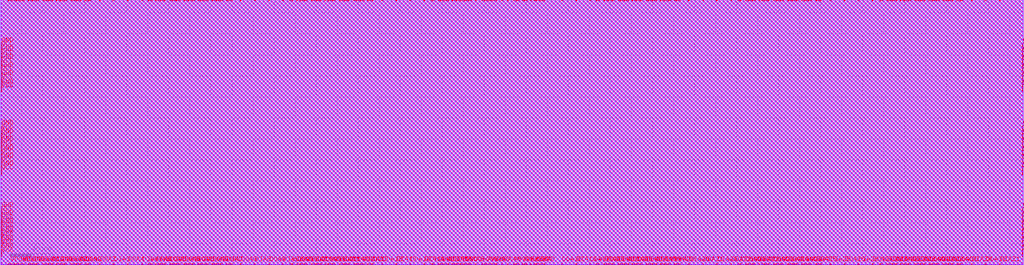
<source format=lef>
# 
#              Synchronous Dual Port SRAM Compiler 
# 
#                    UMC 0.18um Generic Logic Process 
#    __________________________________________________________________________
# 
# 
#      (C) Copyright 2002-2009 Faraday Technology Corp. All Rights Reserved.
#    
#    This source code is an unpublished work belongs to Faraday Technology
#    Corp.  It is considered a trade secret and is not to be divulged or
#    used by parties who have not received written authorization from
#    Faraday Technology Corp.
#    
#    Faraday's home page can be found at:
#    http://www.faraday-tech.com/
#   
#       Module Name      : DPSRAM_32_256
#       Words            : 256
#       Bits             : 32
#       Byte-Write       : 1
#       Aspect Ratio     : 1
#       Output Loading   : 0.05  (pf)
#       Data Slew        : 0.02  (ns)
#       CK Slew          : 0.02  (ns)
#       Power Ring Width : 2  (um)
# 
# -----------------------------------------------------------------------------
# 
#       Library          : FSA0M_A
#       Memaker          : 200901.2.1
#       Date             : 2024/10/28 14:00:14
# 
# -----------------------------------------------------------------------------


NAMESCASESENSITIVE ON ;
MACRO DPSRAM_32_256
CLASS BLOCK ;
FOREIGN DPSRAM_32_256 0.000 0.000 ;
ORIGIN 0.000 0.000 ;
SIZE 972.780 BY 252.560 ;
SYMMETRY x y r90 ;
SITE core ;
PIN GND
  DIRECTION INOUT ;
  USE GROUND ;
  SHAPE ABUTMENT ;
 PORT
  LAYER ME5 ;
  RECT 971.660 207.540 972.780 210.780 ;
  LAYER ME4 ;
  RECT 971.660 207.540 972.780 210.780 ;
  LAYER ME3 ;
  RECT 971.660 207.540 972.780 210.780 ;
  LAYER ME2 ;
  RECT 971.660 207.540 972.780 210.780 ;
  LAYER ME1 ;
  RECT 971.660 207.540 972.780 210.780 ;
 END
 PORT
  LAYER ME5 ;
  RECT 971.660 199.700 972.780 202.940 ;
  LAYER ME4 ;
  RECT 971.660 199.700 972.780 202.940 ;
  LAYER ME3 ;
  RECT 971.660 199.700 972.780 202.940 ;
  LAYER ME2 ;
  RECT 971.660 199.700 972.780 202.940 ;
  LAYER ME1 ;
  RECT 971.660 199.700 972.780 202.940 ;
 END
 PORT
  LAYER ME5 ;
  RECT 971.660 191.860 972.780 195.100 ;
  LAYER ME4 ;
  RECT 971.660 191.860 972.780 195.100 ;
  LAYER ME3 ;
  RECT 971.660 191.860 972.780 195.100 ;
  LAYER ME2 ;
  RECT 971.660 191.860 972.780 195.100 ;
  LAYER ME1 ;
  RECT 971.660 191.860 972.780 195.100 ;
 END
 PORT
  LAYER ME5 ;
  RECT 971.660 184.020 972.780 187.260 ;
  LAYER ME4 ;
  RECT 971.660 184.020 972.780 187.260 ;
  LAYER ME3 ;
  RECT 971.660 184.020 972.780 187.260 ;
  LAYER ME2 ;
  RECT 971.660 184.020 972.780 187.260 ;
  LAYER ME1 ;
  RECT 971.660 184.020 972.780 187.260 ;
 END
 PORT
  LAYER ME5 ;
  RECT 971.660 176.180 972.780 179.420 ;
  LAYER ME4 ;
  RECT 971.660 176.180 972.780 179.420 ;
  LAYER ME3 ;
  RECT 971.660 176.180 972.780 179.420 ;
  LAYER ME2 ;
  RECT 971.660 176.180 972.780 179.420 ;
  LAYER ME1 ;
  RECT 971.660 176.180 972.780 179.420 ;
 END
 PORT
  LAYER ME5 ;
  RECT 971.660 168.340 972.780 171.580 ;
  LAYER ME4 ;
  RECT 971.660 168.340 972.780 171.580 ;
  LAYER ME3 ;
  RECT 971.660 168.340 972.780 171.580 ;
  LAYER ME2 ;
  RECT 971.660 168.340 972.780 171.580 ;
  LAYER ME1 ;
  RECT 971.660 168.340 972.780 171.580 ;
 END
 PORT
  LAYER ME5 ;
  RECT 971.660 129.140 972.780 132.380 ;
  LAYER ME4 ;
  RECT 971.660 129.140 972.780 132.380 ;
  LAYER ME3 ;
  RECT 971.660 129.140 972.780 132.380 ;
  LAYER ME2 ;
  RECT 971.660 129.140 972.780 132.380 ;
  LAYER ME1 ;
  RECT 971.660 129.140 972.780 132.380 ;
 END
 PORT
  LAYER ME5 ;
  RECT 971.660 121.300 972.780 124.540 ;
  LAYER ME4 ;
  RECT 971.660 121.300 972.780 124.540 ;
  LAYER ME3 ;
  RECT 971.660 121.300 972.780 124.540 ;
  LAYER ME2 ;
  RECT 971.660 121.300 972.780 124.540 ;
  LAYER ME1 ;
  RECT 971.660 121.300 972.780 124.540 ;
 END
 PORT
  LAYER ME5 ;
  RECT 971.660 113.460 972.780 116.700 ;
  LAYER ME4 ;
  RECT 971.660 113.460 972.780 116.700 ;
  LAYER ME3 ;
  RECT 971.660 113.460 972.780 116.700 ;
  LAYER ME2 ;
  RECT 971.660 113.460 972.780 116.700 ;
  LAYER ME1 ;
  RECT 971.660 113.460 972.780 116.700 ;
 END
 PORT
  LAYER ME5 ;
  RECT 971.660 105.620 972.780 108.860 ;
  LAYER ME4 ;
  RECT 971.660 105.620 972.780 108.860 ;
  LAYER ME3 ;
  RECT 971.660 105.620 972.780 108.860 ;
  LAYER ME2 ;
  RECT 971.660 105.620 972.780 108.860 ;
  LAYER ME1 ;
  RECT 971.660 105.620 972.780 108.860 ;
 END
 PORT
  LAYER ME5 ;
  RECT 971.660 97.780 972.780 101.020 ;
  LAYER ME4 ;
  RECT 971.660 97.780 972.780 101.020 ;
  LAYER ME3 ;
  RECT 971.660 97.780 972.780 101.020 ;
  LAYER ME2 ;
  RECT 971.660 97.780 972.780 101.020 ;
  LAYER ME1 ;
  RECT 971.660 97.780 972.780 101.020 ;
 END
 PORT
  LAYER ME5 ;
  RECT 971.660 89.940 972.780 93.180 ;
  LAYER ME4 ;
  RECT 971.660 89.940 972.780 93.180 ;
  LAYER ME3 ;
  RECT 971.660 89.940 972.780 93.180 ;
  LAYER ME2 ;
  RECT 971.660 89.940 972.780 93.180 ;
  LAYER ME1 ;
  RECT 971.660 89.940 972.780 93.180 ;
 END
 PORT
  LAYER ME5 ;
  RECT 971.660 50.740 972.780 53.980 ;
  LAYER ME4 ;
  RECT 971.660 50.740 972.780 53.980 ;
  LAYER ME3 ;
  RECT 971.660 50.740 972.780 53.980 ;
  LAYER ME2 ;
  RECT 971.660 50.740 972.780 53.980 ;
  LAYER ME1 ;
  RECT 971.660 50.740 972.780 53.980 ;
 END
 PORT
  LAYER ME5 ;
  RECT 971.660 42.900 972.780 46.140 ;
  LAYER ME4 ;
  RECT 971.660 42.900 972.780 46.140 ;
  LAYER ME3 ;
  RECT 971.660 42.900 972.780 46.140 ;
  LAYER ME2 ;
  RECT 971.660 42.900 972.780 46.140 ;
  LAYER ME1 ;
  RECT 971.660 42.900 972.780 46.140 ;
 END
 PORT
  LAYER ME5 ;
  RECT 971.660 35.060 972.780 38.300 ;
  LAYER ME4 ;
  RECT 971.660 35.060 972.780 38.300 ;
  LAYER ME3 ;
  RECT 971.660 35.060 972.780 38.300 ;
  LAYER ME2 ;
  RECT 971.660 35.060 972.780 38.300 ;
  LAYER ME1 ;
  RECT 971.660 35.060 972.780 38.300 ;
 END
 PORT
  LAYER ME5 ;
  RECT 971.660 27.220 972.780 30.460 ;
  LAYER ME4 ;
  RECT 971.660 27.220 972.780 30.460 ;
  LAYER ME3 ;
  RECT 971.660 27.220 972.780 30.460 ;
  LAYER ME2 ;
  RECT 971.660 27.220 972.780 30.460 ;
  LAYER ME1 ;
  RECT 971.660 27.220 972.780 30.460 ;
 END
 PORT
  LAYER ME5 ;
  RECT 971.660 19.380 972.780 22.620 ;
  LAYER ME4 ;
  RECT 971.660 19.380 972.780 22.620 ;
  LAYER ME3 ;
  RECT 971.660 19.380 972.780 22.620 ;
  LAYER ME2 ;
  RECT 971.660 19.380 972.780 22.620 ;
  LAYER ME1 ;
  RECT 971.660 19.380 972.780 22.620 ;
 END
 PORT
  LAYER ME5 ;
  RECT 971.660 11.540 972.780 14.780 ;
  LAYER ME4 ;
  RECT 971.660 11.540 972.780 14.780 ;
  LAYER ME3 ;
  RECT 971.660 11.540 972.780 14.780 ;
  LAYER ME2 ;
  RECT 971.660 11.540 972.780 14.780 ;
  LAYER ME1 ;
  RECT 971.660 11.540 972.780 14.780 ;
 END
 PORT
  LAYER ME5 ;
  RECT 0.000 207.540 1.120 210.780 ;
  LAYER ME4 ;
  RECT 0.000 207.540 1.120 210.780 ;
  LAYER ME3 ;
  RECT 0.000 207.540 1.120 210.780 ;
  LAYER ME2 ;
  RECT 0.000 207.540 1.120 210.780 ;
  LAYER ME1 ;
  RECT 0.000 207.540 1.120 210.780 ;
 END
 PORT
  LAYER ME5 ;
  RECT 0.000 199.700 1.120 202.940 ;
  LAYER ME4 ;
  RECT 0.000 199.700 1.120 202.940 ;
  LAYER ME3 ;
  RECT 0.000 199.700 1.120 202.940 ;
  LAYER ME2 ;
  RECT 0.000 199.700 1.120 202.940 ;
  LAYER ME1 ;
  RECT 0.000 199.700 1.120 202.940 ;
 END
 PORT
  LAYER ME5 ;
  RECT 0.000 191.860 1.120 195.100 ;
  LAYER ME4 ;
  RECT 0.000 191.860 1.120 195.100 ;
  LAYER ME3 ;
  RECT 0.000 191.860 1.120 195.100 ;
  LAYER ME2 ;
  RECT 0.000 191.860 1.120 195.100 ;
  LAYER ME1 ;
  RECT 0.000 191.860 1.120 195.100 ;
 END
 PORT
  LAYER ME5 ;
  RECT 0.000 184.020 1.120 187.260 ;
  LAYER ME4 ;
  RECT 0.000 184.020 1.120 187.260 ;
  LAYER ME3 ;
  RECT 0.000 184.020 1.120 187.260 ;
  LAYER ME2 ;
  RECT 0.000 184.020 1.120 187.260 ;
  LAYER ME1 ;
  RECT 0.000 184.020 1.120 187.260 ;
 END
 PORT
  LAYER ME5 ;
  RECT 0.000 176.180 1.120 179.420 ;
  LAYER ME4 ;
  RECT 0.000 176.180 1.120 179.420 ;
  LAYER ME3 ;
  RECT 0.000 176.180 1.120 179.420 ;
  LAYER ME2 ;
  RECT 0.000 176.180 1.120 179.420 ;
  LAYER ME1 ;
  RECT 0.000 176.180 1.120 179.420 ;
 END
 PORT
  LAYER ME5 ;
  RECT 0.000 168.340 1.120 171.580 ;
  LAYER ME4 ;
  RECT 0.000 168.340 1.120 171.580 ;
  LAYER ME3 ;
  RECT 0.000 168.340 1.120 171.580 ;
  LAYER ME2 ;
  RECT 0.000 168.340 1.120 171.580 ;
  LAYER ME1 ;
  RECT 0.000 168.340 1.120 171.580 ;
 END
 PORT
  LAYER ME5 ;
  RECT 0.000 129.140 1.120 132.380 ;
  LAYER ME4 ;
  RECT 0.000 129.140 1.120 132.380 ;
  LAYER ME3 ;
  RECT 0.000 129.140 1.120 132.380 ;
  LAYER ME2 ;
  RECT 0.000 129.140 1.120 132.380 ;
  LAYER ME1 ;
  RECT 0.000 129.140 1.120 132.380 ;
 END
 PORT
  LAYER ME5 ;
  RECT 0.000 121.300 1.120 124.540 ;
  LAYER ME4 ;
  RECT 0.000 121.300 1.120 124.540 ;
  LAYER ME3 ;
  RECT 0.000 121.300 1.120 124.540 ;
  LAYER ME2 ;
  RECT 0.000 121.300 1.120 124.540 ;
  LAYER ME1 ;
  RECT 0.000 121.300 1.120 124.540 ;
 END
 PORT
  LAYER ME5 ;
  RECT 0.000 113.460 1.120 116.700 ;
  LAYER ME4 ;
  RECT 0.000 113.460 1.120 116.700 ;
  LAYER ME3 ;
  RECT 0.000 113.460 1.120 116.700 ;
  LAYER ME2 ;
  RECT 0.000 113.460 1.120 116.700 ;
  LAYER ME1 ;
  RECT 0.000 113.460 1.120 116.700 ;
 END
 PORT
  LAYER ME5 ;
  RECT 0.000 105.620 1.120 108.860 ;
  LAYER ME4 ;
  RECT 0.000 105.620 1.120 108.860 ;
  LAYER ME3 ;
  RECT 0.000 105.620 1.120 108.860 ;
  LAYER ME2 ;
  RECT 0.000 105.620 1.120 108.860 ;
  LAYER ME1 ;
  RECT 0.000 105.620 1.120 108.860 ;
 END
 PORT
  LAYER ME5 ;
  RECT 0.000 97.780 1.120 101.020 ;
  LAYER ME4 ;
  RECT 0.000 97.780 1.120 101.020 ;
  LAYER ME3 ;
  RECT 0.000 97.780 1.120 101.020 ;
  LAYER ME2 ;
  RECT 0.000 97.780 1.120 101.020 ;
  LAYER ME1 ;
  RECT 0.000 97.780 1.120 101.020 ;
 END
 PORT
  LAYER ME5 ;
  RECT 0.000 89.940 1.120 93.180 ;
  LAYER ME4 ;
  RECT 0.000 89.940 1.120 93.180 ;
  LAYER ME3 ;
  RECT 0.000 89.940 1.120 93.180 ;
  LAYER ME2 ;
  RECT 0.000 89.940 1.120 93.180 ;
  LAYER ME1 ;
  RECT 0.000 89.940 1.120 93.180 ;
 END
 PORT
  LAYER ME5 ;
  RECT 0.000 50.740 1.120 53.980 ;
  LAYER ME4 ;
  RECT 0.000 50.740 1.120 53.980 ;
  LAYER ME3 ;
  RECT 0.000 50.740 1.120 53.980 ;
  LAYER ME2 ;
  RECT 0.000 50.740 1.120 53.980 ;
  LAYER ME1 ;
  RECT 0.000 50.740 1.120 53.980 ;
 END
 PORT
  LAYER ME5 ;
  RECT 0.000 42.900 1.120 46.140 ;
  LAYER ME4 ;
  RECT 0.000 42.900 1.120 46.140 ;
  LAYER ME3 ;
  RECT 0.000 42.900 1.120 46.140 ;
  LAYER ME2 ;
  RECT 0.000 42.900 1.120 46.140 ;
  LAYER ME1 ;
  RECT 0.000 42.900 1.120 46.140 ;
 END
 PORT
  LAYER ME5 ;
  RECT 0.000 35.060 1.120 38.300 ;
  LAYER ME4 ;
  RECT 0.000 35.060 1.120 38.300 ;
  LAYER ME3 ;
  RECT 0.000 35.060 1.120 38.300 ;
  LAYER ME2 ;
  RECT 0.000 35.060 1.120 38.300 ;
  LAYER ME1 ;
  RECT 0.000 35.060 1.120 38.300 ;
 END
 PORT
  LAYER ME5 ;
  RECT 0.000 27.220 1.120 30.460 ;
  LAYER ME4 ;
  RECT 0.000 27.220 1.120 30.460 ;
  LAYER ME3 ;
  RECT 0.000 27.220 1.120 30.460 ;
  LAYER ME2 ;
  RECT 0.000 27.220 1.120 30.460 ;
  LAYER ME1 ;
  RECT 0.000 27.220 1.120 30.460 ;
 END
 PORT
  LAYER ME5 ;
  RECT 0.000 19.380 1.120 22.620 ;
  LAYER ME4 ;
  RECT 0.000 19.380 1.120 22.620 ;
  LAYER ME3 ;
  RECT 0.000 19.380 1.120 22.620 ;
  LAYER ME2 ;
  RECT 0.000 19.380 1.120 22.620 ;
  LAYER ME1 ;
  RECT 0.000 19.380 1.120 22.620 ;
 END
 PORT
  LAYER ME5 ;
  RECT 0.000 11.540 1.120 14.780 ;
  LAYER ME4 ;
  RECT 0.000 11.540 1.120 14.780 ;
  LAYER ME3 ;
  RECT 0.000 11.540 1.120 14.780 ;
  LAYER ME2 ;
  RECT 0.000 11.540 1.120 14.780 ;
  LAYER ME1 ;
  RECT 0.000 11.540 1.120 14.780 ;
 END
 PORT
  LAYER ME5 ;
  RECT 911.800 251.440 915.340 252.560 ;
  LAYER ME4 ;
  RECT 911.800 251.440 915.340 252.560 ;
  LAYER ME3 ;
  RECT 911.800 251.440 915.340 252.560 ;
  LAYER ME2 ;
  RECT 911.800 251.440 915.340 252.560 ;
  LAYER ME1 ;
  RECT 911.800 251.440 915.340 252.560 ;
 END
 PORT
  LAYER ME5 ;
  RECT 898.160 251.440 901.700 252.560 ;
  LAYER ME4 ;
  RECT 898.160 251.440 901.700 252.560 ;
  LAYER ME3 ;
  RECT 898.160 251.440 901.700 252.560 ;
  LAYER ME2 ;
  RECT 898.160 251.440 901.700 252.560 ;
  LAYER ME1 ;
  RECT 898.160 251.440 901.700 252.560 ;
 END
 PORT
  LAYER ME5 ;
  RECT 885.140 251.440 888.680 252.560 ;
  LAYER ME4 ;
  RECT 885.140 251.440 888.680 252.560 ;
  LAYER ME3 ;
  RECT 885.140 251.440 888.680 252.560 ;
  LAYER ME2 ;
  RECT 885.140 251.440 888.680 252.560 ;
  LAYER ME1 ;
  RECT 885.140 251.440 888.680 252.560 ;
 END
 PORT
  LAYER ME5 ;
  RECT 871.500 251.440 875.040 252.560 ;
  LAYER ME4 ;
  RECT 871.500 251.440 875.040 252.560 ;
  LAYER ME3 ;
  RECT 871.500 251.440 875.040 252.560 ;
  LAYER ME2 ;
  RECT 871.500 251.440 875.040 252.560 ;
  LAYER ME1 ;
  RECT 871.500 251.440 875.040 252.560 ;
 END
 PORT
  LAYER ME5 ;
  RECT 857.860 251.440 861.400 252.560 ;
  LAYER ME4 ;
  RECT 857.860 251.440 861.400 252.560 ;
  LAYER ME3 ;
  RECT 857.860 251.440 861.400 252.560 ;
  LAYER ME2 ;
  RECT 857.860 251.440 861.400 252.560 ;
  LAYER ME1 ;
  RECT 857.860 251.440 861.400 252.560 ;
 END
 PORT
  LAYER ME5 ;
  RECT 844.840 251.440 848.380 252.560 ;
  LAYER ME4 ;
  RECT 844.840 251.440 848.380 252.560 ;
  LAYER ME3 ;
  RECT 844.840 251.440 848.380 252.560 ;
  LAYER ME2 ;
  RECT 844.840 251.440 848.380 252.560 ;
  LAYER ME1 ;
  RECT 844.840 251.440 848.380 252.560 ;
 END
 PORT
  LAYER ME5 ;
  RECT 777.260 251.440 780.800 252.560 ;
  LAYER ME4 ;
  RECT 777.260 251.440 780.800 252.560 ;
  LAYER ME3 ;
  RECT 777.260 251.440 780.800 252.560 ;
  LAYER ME2 ;
  RECT 777.260 251.440 780.800 252.560 ;
  LAYER ME1 ;
  RECT 777.260 251.440 780.800 252.560 ;
 END
 PORT
  LAYER ME5 ;
  RECT 763.620 251.440 767.160 252.560 ;
  LAYER ME4 ;
  RECT 763.620 251.440 767.160 252.560 ;
  LAYER ME3 ;
  RECT 763.620 251.440 767.160 252.560 ;
  LAYER ME2 ;
  RECT 763.620 251.440 767.160 252.560 ;
  LAYER ME1 ;
  RECT 763.620 251.440 767.160 252.560 ;
 END
 PORT
  LAYER ME5 ;
  RECT 750.600 251.440 754.140 252.560 ;
  LAYER ME4 ;
  RECT 750.600 251.440 754.140 252.560 ;
  LAYER ME3 ;
  RECT 750.600 251.440 754.140 252.560 ;
  LAYER ME2 ;
  RECT 750.600 251.440 754.140 252.560 ;
  LAYER ME1 ;
  RECT 750.600 251.440 754.140 252.560 ;
 END
 PORT
  LAYER ME5 ;
  RECT 736.960 251.440 740.500 252.560 ;
  LAYER ME4 ;
  RECT 736.960 251.440 740.500 252.560 ;
  LAYER ME3 ;
  RECT 736.960 251.440 740.500 252.560 ;
  LAYER ME2 ;
  RECT 736.960 251.440 740.500 252.560 ;
  LAYER ME1 ;
  RECT 736.960 251.440 740.500 252.560 ;
 END
 PORT
  LAYER ME5 ;
  RECT 723.320 251.440 726.860 252.560 ;
  LAYER ME4 ;
  RECT 723.320 251.440 726.860 252.560 ;
  LAYER ME3 ;
  RECT 723.320 251.440 726.860 252.560 ;
  LAYER ME2 ;
  RECT 723.320 251.440 726.860 252.560 ;
  LAYER ME1 ;
  RECT 723.320 251.440 726.860 252.560 ;
 END
 PORT
  LAYER ME5 ;
  RECT 710.300 251.440 713.840 252.560 ;
  LAYER ME4 ;
  RECT 710.300 251.440 713.840 252.560 ;
  LAYER ME3 ;
  RECT 710.300 251.440 713.840 252.560 ;
  LAYER ME2 ;
  RECT 710.300 251.440 713.840 252.560 ;
  LAYER ME1 ;
  RECT 710.300 251.440 713.840 252.560 ;
 END
 PORT
  LAYER ME5 ;
  RECT 642.720 251.440 646.260 252.560 ;
  LAYER ME4 ;
  RECT 642.720 251.440 646.260 252.560 ;
  LAYER ME3 ;
  RECT 642.720 251.440 646.260 252.560 ;
  LAYER ME2 ;
  RECT 642.720 251.440 646.260 252.560 ;
  LAYER ME1 ;
  RECT 642.720 251.440 646.260 252.560 ;
 END
 PORT
  LAYER ME5 ;
  RECT 629.700 251.440 633.240 252.560 ;
  LAYER ME4 ;
  RECT 629.700 251.440 633.240 252.560 ;
  LAYER ME3 ;
  RECT 629.700 251.440 633.240 252.560 ;
  LAYER ME2 ;
  RECT 629.700 251.440 633.240 252.560 ;
  LAYER ME1 ;
  RECT 629.700 251.440 633.240 252.560 ;
 END
 PORT
  LAYER ME5 ;
  RECT 616.060 251.440 619.600 252.560 ;
  LAYER ME4 ;
  RECT 616.060 251.440 619.600 252.560 ;
  LAYER ME3 ;
  RECT 616.060 251.440 619.600 252.560 ;
  LAYER ME2 ;
  RECT 616.060 251.440 619.600 252.560 ;
  LAYER ME1 ;
  RECT 616.060 251.440 619.600 252.560 ;
 END
 PORT
  LAYER ME5 ;
  RECT 602.420 251.440 605.960 252.560 ;
  LAYER ME4 ;
  RECT 602.420 251.440 605.960 252.560 ;
  LAYER ME3 ;
  RECT 602.420 251.440 605.960 252.560 ;
  LAYER ME2 ;
  RECT 602.420 251.440 605.960 252.560 ;
  LAYER ME1 ;
  RECT 602.420 251.440 605.960 252.560 ;
 END
 PORT
  LAYER ME5 ;
  RECT 589.400 251.440 592.940 252.560 ;
  LAYER ME4 ;
  RECT 589.400 251.440 592.940 252.560 ;
  LAYER ME3 ;
  RECT 589.400 251.440 592.940 252.560 ;
  LAYER ME2 ;
  RECT 589.400 251.440 592.940 252.560 ;
  LAYER ME1 ;
  RECT 589.400 251.440 592.940 252.560 ;
 END
 PORT
  LAYER ME5 ;
  RECT 575.760 251.440 579.300 252.560 ;
  LAYER ME4 ;
  RECT 575.760 251.440 579.300 252.560 ;
  LAYER ME3 ;
  RECT 575.760 251.440 579.300 252.560 ;
  LAYER ME2 ;
  RECT 575.760 251.440 579.300 252.560 ;
  LAYER ME1 ;
  RECT 575.760 251.440 579.300 252.560 ;
 END
 PORT
  LAYER ME5 ;
  RECT 513.760 251.440 517.300 252.560 ;
  LAYER ME4 ;
  RECT 513.760 251.440 517.300 252.560 ;
  LAYER ME3 ;
  RECT 513.760 251.440 517.300 252.560 ;
  LAYER ME2 ;
  RECT 513.760 251.440 517.300 252.560 ;
  LAYER ME1 ;
  RECT 513.760 251.440 517.300 252.560 ;
 END
 PORT
  LAYER ME5 ;
  RECT 468.500 251.440 472.040 252.560 ;
  LAYER ME4 ;
  RECT 468.500 251.440 472.040 252.560 ;
  LAYER ME3 ;
  RECT 468.500 251.440 472.040 252.560 ;
  LAYER ME2 ;
  RECT 468.500 251.440 472.040 252.560 ;
  LAYER ME1 ;
  RECT 468.500 251.440 472.040 252.560 ;
 END
 PORT
  LAYER ME5 ;
  RECT 459.820 251.440 463.360 252.560 ;
  LAYER ME4 ;
  RECT 459.820 251.440 463.360 252.560 ;
  LAYER ME3 ;
  RECT 459.820 251.440 463.360 252.560 ;
  LAYER ME2 ;
  RECT 459.820 251.440 463.360 252.560 ;
  LAYER ME1 ;
  RECT 459.820 251.440 463.360 252.560 ;
 END
 PORT
  LAYER ME5 ;
  RECT 439.980 251.440 443.520 252.560 ;
  LAYER ME4 ;
  RECT 439.980 251.440 443.520 252.560 ;
  LAYER ME3 ;
  RECT 439.980 251.440 443.520 252.560 ;
  LAYER ME2 ;
  RECT 439.980 251.440 443.520 252.560 ;
  LAYER ME1 ;
  RECT 439.980 251.440 443.520 252.560 ;
 END
 PORT
  LAYER ME5 ;
  RECT 431.300 251.440 434.840 252.560 ;
  LAYER ME4 ;
  RECT 431.300 251.440 434.840 252.560 ;
  LAYER ME3 ;
  RECT 431.300 251.440 434.840 252.560 ;
  LAYER ME2 ;
  RECT 431.300 251.440 434.840 252.560 ;
  LAYER ME1 ;
  RECT 431.300 251.440 434.840 252.560 ;
 END
 PORT
  LAYER ME5 ;
  RECT 418.280 251.440 421.820 252.560 ;
  LAYER ME4 ;
  RECT 418.280 251.440 421.820 252.560 ;
  LAYER ME3 ;
  RECT 418.280 251.440 421.820 252.560 ;
  LAYER ME2 ;
  RECT 418.280 251.440 421.820 252.560 ;
  LAYER ME1 ;
  RECT 418.280 251.440 421.820 252.560 ;
 END
 PORT
  LAYER ME5 ;
  RECT 350.700 251.440 354.240 252.560 ;
  LAYER ME4 ;
  RECT 350.700 251.440 354.240 252.560 ;
  LAYER ME3 ;
  RECT 350.700 251.440 354.240 252.560 ;
  LAYER ME2 ;
  RECT 350.700 251.440 354.240 252.560 ;
  LAYER ME1 ;
  RECT 350.700 251.440 354.240 252.560 ;
 END
 PORT
  LAYER ME5 ;
  RECT 337.680 251.440 341.220 252.560 ;
  LAYER ME4 ;
  RECT 337.680 251.440 341.220 252.560 ;
  LAYER ME3 ;
  RECT 337.680 251.440 341.220 252.560 ;
  LAYER ME2 ;
  RECT 337.680 251.440 341.220 252.560 ;
  LAYER ME1 ;
  RECT 337.680 251.440 341.220 252.560 ;
 END
 PORT
  LAYER ME5 ;
  RECT 324.040 251.440 327.580 252.560 ;
  LAYER ME4 ;
  RECT 324.040 251.440 327.580 252.560 ;
  LAYER ME3 ;
  RECT 324.040 251.440 327.580 252.560 ;
  LAYER ME2 ;
  RECT 324.040 251.440 327.580 252.560 ;
  LAYER ME1 ;
  RECT 324.040 251.440 327.580 252.560 ;
 END
 PORT
  LAYER ME5 ;
  RECT 310.400 251.440 313.940 252.560 ;
  LAYER ME4 ;
  RECT 310.400 251.440 313.940 252.560 ;
  LAYER ME3 ;
  RECT 310.400 251.440 313.940 252.560 ;
  LAYER ME2 ;
  RECT 310.400 251.440 313.940 252.560 ;
  LAYER ME1 ;
  RECT 310.400 251.440 313.940 252.560 ;
 END
 PORT
  LAYER ME5 ;
  RECT 297.380 251.440 300.920 252.560 ;
  LAYER ME4 ;
  RECT 297.380 251.440 300.920 252.560 ;
  LAYER ME3 ;
  RECT 297.380 251.440 300.920 252.560 ;
  LAYER ME2 ;
  RECT 297.380 251.440 300.920 252.560 ;
  LAYER ME1 ;
  RECT 297.380 251.440 300.920 252.560 ;
 END
 PORT
  LAYER ME5 ;
  RECT 283.740 251.440 287.280 252.560 ;
  LAYER ME4 ;
  RECT 283.740 251.440 287.280 252.560 ;
  LAYER ME3 ;
  RECT 283.740 251.440 287.280 252.560 ;
  LAYER ME2 ;
  RECT 283.740 251.440 287.280 252.560 ;
  LAYER ME1 ;
  RECT 283.740 251.440 287.280 252.560 ;
 END
 PORT
  LAYER ME5 ;
  RECT 216.780 251.440 220.320 252.560 ;
  LAYER ME4 ;
  RECT 216.780 251.440 220.320 252.560 ;
  LAYER ME3 ;
  RECT 216.780 251.440 220.320 252.560 ;
  LAYER ME2 ;
  RECT 216.780 251.440 220.320 252.560 ;
  LAYER ME1 ;
  RECT 216.780 251.440 220.320 252.560 ;
 END
 PORT
  LAYER ME5 ;
  RECT 203.140 251.440 206.680 252.560 ;
  LAYER ME4 ;
  RECT 203.140 251.440 206.680 252.560 ;
  LAYER ME3 ;
  RECT 203.140 251.440 206.680 252.560 ;
  LAYER ME2 ;
  RECT 203.140 251.440 206.680 252.560 ;
  LAYER ME1 ;
  RECT 203.140 251.440 206.680 252.560 ;
 END
 PORT
  LAYER ME5 ;
  RECT 189.500 251.440 193.040 252.560 ;
  LAYER ME4 ;
  RECT 189.500 251.440 193.040 252.560 ;
  LAYER ME3 ;
  RECT 189.500 251.440 193.040 252.560 ;
  LAYER ME2 ;
  RECT 189.500 251.440 193.040 252.560 ;
  LAYER ME1 ;
  RECT 189.500 251.440 193.040 252.560 ;
 END
 PORT
  LAYER ME5 ;
  RECT 176.480 251.440 180.020 252.560 ;
  LAYER ME4 ;
  RECT 176.480 251.440 180.020 252.560 ;
  LAYER ME3 ;
  RECT 176.480 251.440 180.020 252.560 ;
  LAYER ME2 ;
  RECT 176.480 251.440 180.020 252.560 ;
  LAYER ME1 ;
  RECT 176.480 251.440 180.020 252.560 ;
 END
 PORT
  LAYER ME5 ;
  RECT 162.840 251.440 166.380 252.560 ;
  LAYER ME4 ;
  RECT 162.840 251.440 166.380 252.560 ;
  LAYER ME3 ;
  RECT 162.840 251.440 166.380 252.560 ;
  LAYER ME2 ;
  RECT 162.840 251.440 166.380 252.560 ;
  LAYER ME1 ;
  RECT 162.840 251.440 166.380 252.560 ;
 END
 PORT
  LAYER ME5 ;
  RECT 149.200 251.440 152.740 252.560 ;
  LAYER ME4 ;
  RECT 149.200 251.440 152.740 252.560 ;
  LAYER ME3 ;
  RECT 149.200 251.440 152.740 252.560 ;
  LAYER ME2 ;
  RECT 149.200 251.440 152.740 252.560 ;
  LAYER ME1 ;
  RECT 149.200 251.440 152.740 252.560 ;
 END
 PORT
  LAYER ME5 ;
  RECT 82.240 251.440 85.780 252.560 ;
  LAYER ME4 ;
  RECT 82.240 251.440 85.780 252.560 ;
  LAYER ME3 ;
  RECT 82.240 251.440 85.780 252.560 ;
  LAYER ME2 ;
  RECT 82.240 251.440 85.780 252.560 ;
  LAYER ME1 ;
  RECT 82.240 251.440 85.780 252.560 ;
 END
 PORT
  LAYER ME5 ;
  RECT 68.600 251.440 72.140 252.560 ;
  LAYER ME4 ;
  RECT 68.600 251.440 72.140 252.560 ;
  LAYER ME3 ;
  RECT 68.600 251.440 72.140 252.560 ;
  LAYER ME2 ;
  RECT 68.600 251.440 72.140 252.560 ;
  LAYER ME1 ;
  RECT 68.600 251.440 72.140 252.560 ;
 END
 PORT
  LAYER ME5 ;
  RECT 54.960 251.440 58.500 252.560 ;
  LAYER ME4 ;
  RECT 54.960 251.440 58.500 252.560 ;
  LAYER ME3 ;
  RECT 54.960 251.440 58.500 252.560 ;
  LAYER ME2 ;
  RECT 54.960 251.440 58.500 252.560 ;
  LAYER ME1 ;
  RECT 54.960 251.440 58.500 252.560 ;
 END
 PORT
  LAYER ME5 ;
  RECT 41.940 251.440 45.480 252.560 ;
  LAYER ME4 ;
  RECT 41.940 251.440 45.480 252.560 ;
  LAYER ME3 ;
  RECT 41.940 251.440 45.480 252.560 ;
  LAYER ME2 ;
  RECT 41.940 251.440 45.480 252.560 ;
  LAYER ME1 ;
  RECT 41.940 251.440 45.480 252.560 ;
 END
 PORT
  LAYER ME5 ;
  RECT 28.300 251.440 31.840 252.560 ;
  LAYER ME4 ;
  RECT 28.300 251.440 31.840 252.560 ;
  LAYER ME3 ;
  RECT 28.300 251.440 31.840 252.560 ;
  LAYER ME2 ;
  RECT 28.300 251.440 31.840 252.560 ;
  LAYER ME1 ;
  RECT 28.300 251.440 31.840 252.560 ;
 END
 PORT
  LAYER ME5 ;
  RECT 14.660 251.440 18.200 252.560 ;
  LAYER ME4 ;
  RECT 14.660 251.440 18.200 252.560 ;
  LAYER ME3 ;
  RECT 14.660 251.440 18.200 252.560 ;
  LAYER ME2 ;
  RECT 14.660 251.440 18.200 252.560 ;
  LAYER ME1 ;
  RECT 14.660 251.440 18.200 252.560 ;
 END
 PORT
  LAYER ME5 ;
  RECT 911.800 0.000 915.340 1.120 ;
  LAYER ME4 ;
  RECT 911.800 0.000 915.340 1.120 ;
  LAYER ME3 ;
  RECT 911.800 0.000 915.340 1.120 ;
  LAYER ME2 ;
  RECT 911.800 0.000 915.340 1.120 ;
  LAYER ME1 ;
  RECT 911.800 0.000 915.340 1.120 ;
 END
 PORT
  LAYER ME5 ;
  RECT 898.160 0.000 901.700 1.120 ;
  LAYER ME4 ;
  RECT 898.160 0.000 901.700 1.120 ;
  LAYER ME3 ;
  RECT 898.160 0.000 901.700 1.120 ;
  LAYER ME2 ;
  RECT 898.160 0.000 901.700 1.120 ;
  LAYER ME1 ;
  RECT 898.160 0.000 901.700 1.120 ;
 END
 PORT
  LAYER ME5 ;
  RECT 885.140 0.000 888.680 1.120 ;
  LAYER ME4 ;
  RECT 885.140 0.000 888.680 1.120 ;
  LAYER ME3 ;
  RECT 885.140 0.000 888.680 1.120 ;
  LAYER ME2 ;
  RECT 885.140 0.000 888.680 1.120 ;
  LAYER ME1 ;
  RECT 885.140 0.000 888.680 1.120 ;
 END
 PORT
  LAYER ME5 ;
  RECT 871.500 0.000 875.040 1.120 ;
  LAYER ME4 ;
  RECT 871.500 0.000 875.040 1.120 ;
  LAYER ME3 ;
  RECT 871.500 0.000 875.040 1.120 ;
  LAYER ME2 ;
  RECT 871.500 0.000 875.040 1.120 ;
  LAYER ME1 ;
  RECT 871.500 0.000 875.040 1.120 ;
 END
 PORT
  LAYER ME5 ;
  RECT 857.860 0.000 861.400 1.120 ;
  LAYER ME4 ;
  RECT 857.860 0.000 861.400 1.120 ;
  LAYER ME3 ;
  RECT 857.860 0.000 861.400 1.120 ;
  LAYER ME2 ;
  RECT 857.860 0.000 861.400 1.120 ;
  LAYER ME1 ;
  RECT 857.860 0.000 861.400 1.120 ;
 END
 PORT
  LAYER ME5 ;
  RECT 844.840 0.000 848.380 1.120 ;
  LAYER ME4 ;
  RECT 844.840 0.000 848.380 1.120 ;
  LAYER ME3 ;
  RECT 844.840 0.000 848.380 1.120 ;
  LAYER ME2 ;
  RECT 844.840 0.000 848.380 1.120 ;
  LAYER ME1 ;
  RECT 844.840 0.000 848.380 1.120 ;
 END
 PORT
  LAYER ME5 ;
  RECT 777.260 0.000 780.800 1.120 ;
  LAYER ME4 ;
  RECT 777.260 0.000 780.800 1.120 ;
  LAYER ME3 ;
  RECT 777.260 0.000 780.800 1.120 ;
  LAYER ME2 ;
  RECT 777.260 0.000 780.800 1.120 ;
  LAYER ME1 ;
  RECT 777.260 0.000 780.800 1.120 ;
 END
 PORT
  LAYER ME5 ;
  RECT 763.620 0.000 767.160 1.120 ;
  LAYER ME4 ;
  RECT 763.620 0.000 767.160 1.120 ;
  LAYER ME3 ;
  RECT 763.620 0.000 767.160 1.120 ;
  LAYER ME2 ;
  RECT 763.620 0.000 767.160 1.120 ;
  LAYER ME1 ;
  RECT 763.620 0.000 767.160 1.120 ;
 END
 PORT
  LAYER ME5 ;
  RECT 750.600 0.000 754.140 1.120 ;
  LAYER ME4 ;
  RECT 750.600 0.000 754.140 1.120 ;
  LAYER ME3 ;
  RECT 750.600 0.000 754.140 1.120 ;
  LAYER ME2 ;
  RECT 750.600 0.000 754.140 1.120 ;
  LAYER ME1 ;
  RECT 750.600 0.000 754.140 1.120 ;
 END
 PORT
  LAYER ME5 ;
  RECT 736.960 0.000 740.500 1.120 ;
  LAYER ME4 ;
  RECT 736.960 0.000 740.500 1.120 ;
  LAYER ME3 ;
  RECT 736.960 0.000 740.500 1.120 ;
  LAYER ME2 ;
  RECT 736.960 0.000 740.500 1.120 ;
  LAYER ME1 ;
  RECT 736.960 0.000 740.500 1.120 ;
 END
 PORT
  LAYER ME5 ;
  RECT 723.320 0.000 726.860 1.120 ;
  LAYER ME4 ;
  RECT 723.320 0.000 726.860 1.120 ;
  LAYER ME3 ;
  RECT 723.320 0.000 726.860 1.120 ;
  LAYER ME2 ;
  RECT 723.320 0.000 726.860 1.120 ;
  LAYER ME1 ;
  RECT 723.320 0.000 726.860 1.120 ;
 END
 PORT
  LAYER ME5 ;
  RECT 710.300 0.000 713.840 1.120 ;
  LAYER ME4 ;
  RECT 710.300 0.000 713.840 1.120 ;
  LAYER ME3 ;
  RECT 710.300 0.000 713.840 1.120 ;
  LAYER ME2 ;
  RECT 710.300 0.000 713.840 1.120 ;
  LAYER ME1 ;
  RECT 710.300 0.000 713.840 1.120 ;
 END
 PORT
  LAYER ME5 ;
  RECT 642.720 0.000 646.260 1.120 ;
  LAYER ME4 ;
  RECT 642.720 0.000 646.260 1.120 ;
  LAYER ME3 ;
  RECT 642.720 0.000 646.260 1.120 ;
  LAYER ME2 ;
  RECT 642.720 0.000 646.260 1.120 ;
  LAYER ME1 ;
  RECT 642.720 0.000 646.260 1.120 ;
 END
 PORT
  LAYER ME5 ;
  RECT 629.700 0.000 633.240 1.120 ;
  LAYER ME4 ;
  RECT 629.700 0.000 633.240 1.120 ;
  LAYER ME3 ;
  RECT 629.700 0.000 633.240 1.120 ;
  LAYER ME2 ;
  RECT 629.700 0.000 633.240 1.120 ;
  LAYER ME1 ;
  RECT 629.700 0.000 633.240 1.120 ;
 END
 PORT
  LAYER ME5 ;
  RECT 616.060 0.000 619.600 1.120 ;
  LAYER ME4 ;
  RECT 616.060 0.000 619.600 1.120 ;
  LAYER ME3 ;
  RECT 616.060 0.000 619.600 1.120 ;
  LAYER ME2 ;
  RECT 616.060 0.000 619.600 1.120 ;
  LAYER ME1 ;
  RECT 616.060 0.000 619.600 1.120 ;
 END
 PORT
  LAYER ME5 ;
  RECT 602.420 0.000 605.960 1.120 ;
  LAYER ME4 ;
  RECT 602.420 0.000 605.960 1.120 ;
  LAYER ME3 ;
  RECT 602.420 0.000 605.960 1.120 ;
  LAYER ME2 ;
  RECT 602.420 0.000 605.960 1.120 ;
  LAYER ME1 ;
  RECT 602.420 0.000 605.960 1.120 ;
 END
 PORT
  LAYER ME5 ;
  RECT 589.400 0.000 592.940 1.120 ;
  LAYER ME4 ;
  RECT 589.400 0.000 592.940 1.120 ;
  LAYER ME3 ;
  RECT 589.400 0.000 592.940 1.120 ;
  LAYER ME2 ;
  RECT 589.400 0.000 592.940 1.120 ;
  LAYER ME1 ;
  RECT 589.400 0.000 592.940 1.120 ;
 END
 PORT
  LAYER ME5 ;
  RECT 575.760 0.000 579.300 1.120 ;
  LAYER ME4 ;
  RECT 575.760 0.000 579.300 1.120 ;
  LAYER ME3 ;
  RECT 575.760 0.000 579.300 1.120 ;
  LAYER ME2 ;
  RECT 575.760 0.000 579.300 1.120 ;
  LAYER ME1 ;
  RECT 575.760 0.000 579.300 1.120 ;
 END
 PORT
  LAYER ME5 ;
  RECT 513.760 0.000 517.300 1.120 ;
  LAYER ME4 ;
  RECT 513.760 0.000 517.300 1.120 ;
  LAYER ME3 ;
  RECT 513.760 0.000 517.300 1.120 ;
  LAYER ME2 ;
  RECT 513.760 0.000 517.300 1.120 ;
  LAYER ME1 ;
  RECT 513.760 0.000 517.300 1.120 ;
 END
 PORT
  LAYER ME5 ;
  RECT 468.500 0.000 472.040 1.120 ;
  LAYER ME4 ;
  RECT 468.500 0.000 472.040 1.120 ;
  LAYER ME3 ;
  RECT 468.500 0.000 472.040 1.120 ;
  LAYER ME2 ;
  RECT 468.500 0.000 472.040 1.120 ;
  LAYER ME1 ;
  RECT 468.500 0.000 472.040 1.120 ;
 END
 PORT
  LAYER ME5 ;
  RECT 459.820 0.000 463.360 1.120 ;
  LAYER ME4 ;
  RECT 459.820 0.000 463.360 1.120 ;
  LAYER ME3 ;
  RECT 459.820 0.000 463.360 1.120 ;
  LAYER ME2 ;
  RECT 459.820 0.000 463.360 1.120 ;
  LAYER ME1 ;
  RECT 459.820 0.000 463.360 1.120 ;
 END
 PORT
  LAYER ME5 ;
  RECT 439.980 0.000 443.520 1.120 ;
  LAYER ME4 ;
  RECT 439.980 0.000 443.520 1.120 ;
  LAYER ME3 ;
  RECT 439.980 0.000 443.520 1.120 ;
  LAYER ME2 ;
  RECT 439.980 0.000 443.520 1.120 ;
  LAYER ME1 ;
  RECT 439.980 0.000 443.520 1.120 ;
 END
 PORT
  LAYER ME5 ;
  RECT 431.300 0.000 434.840 1.120 ;
  LAYER ME4 ;
  RECT 431.300 0.000 434.840 1.120 ;
  LAYER ME3 ;
  RECT 431.300 0.000 434.840 1.120 ;
  LAYER ME2 ;
  RECT 431.300 0.000 434.840 1.120 ;
  LAYER ME1 ;
  RECT 431.300 0.000 434.840 1.120 ;
 END
 PORT
  LAYER ME5 ;
  RECT 418.280 0.000 421.820 1.120 ;
  LAYER ME4 ;
  RECT 418.280 0.000 421.820 1.120 ;
  LAYER ME3 ;
  RECT 418.280 0.000 421.820 1.120 ;
  LAYER ME2 ;
  RECT 418.280 0.000 421.820 1.120 ;
  LAYER ME1 ;
  RECT 418.280 0.000 421.820 1.120 ;
 END
 PORT
  LAYER ME5 ;
  RECT 350.700 0.000 354.240 1.120 ;
  LAYER ME4 ;
  RECT 350.700 0.000 354.240 1.120 ;
  LAYER ME3 ;
  RECT 350.700 0.000 354.240 1.120 ;
  LAYER ME2 ;
  RECT 350.700 0.000 354.240 1.120 ;
  LAYER ME1 ;
  RECT 350.700 0.000 354.240 1.120 ;
 END
 PORT
  LAYER ME5 ;
  RECT 337.680 0.000 341.220 1.120 ;
  LAYER ME4 ;
  RECT 337.680 0.000 341.220 1.120 ;
  LAYER ME3 ;
  RECT 337.680 0.000 341.220 1.120 ;
  LAYER ME2 ;
  RECT 337.680 0.000 341.220 1.120 ;
  LAYER ME1 ;
  RECT 337.680 0.000 341.220 1.120 ;
 END
 PORT
  LAYER ME5 ;
  RECT 324.040 0.000 327.580 1.120 ;
  LAYER ME4 ;
  RECT 324.040 0.000 327.580 1.120 ;
  LAYER ME3 ;
  RECT 324.040 0.000 327.580 1.120 ;
  LAYER ME2 ;
  RECT 324.040 0.000 327.580 1.120 ;
  LAYER ME1 ;
  RECT 324.040 0.000 327.580 1.120 ;
 END
 PORT
  LAYER ME5 ;
  RECT 310.400 0.000 313.940 1.120 ;
  LAYER ME4 ;
  RECT 310.400 0.000 313.940 1.120 ;
  LAYER ME3 ;
  RECT 310.400 0.000 313.940 1.120 ;
  LAYER ME2 ;
  RECT 310.400 0.000 313.940 1.120 ;
  LAYER ME1 ;
  RECT 310.400 0.000 313.940 1.120 ;
 END
 PORT
  LAYER ME5 ;
  RECT 297.380 0.000 300.920 1.120 ;
  LAYER ME4 ;
  RECT 297.380 0.000 300.920 1.120 ;
  LAYER ME3 ;
  RECT 297.380 0.000 300.920 1.120 ;
  LAYER ME2 ;
  RECT 297.380 0.000 300.920 1.120 ;
  LAYER ME1 ;
  RECT 297.380 0.000 300.920 1.120 ;
 END
 PORT
  LAYER ME5 ;
  RECT 283.740 0.000 287.280 1.120 ;
  LAYER ME4 ;
  RECT 283.740 0.000 287.280 1.120 ;
  LAYER ME3 ;
  RECT 283.740 0.000 287.280 1.120 ;
  LAYER ME2 ;
  RECT 283.740 0.000 287.280 1.120 ;
  LAYER ME1 ;
  RECT 283.740 0.000 287.280 1.120 ;
 END
 PORT
  LAYER ME5 ;
  RECT 216.780 0.000 220.320 1.120 ;
  LAYER ME4 ;
  RECT 216.780 0.000 220.320 1.120 ;
  LAYER ME3 ;
  RECT 216.780 0.000 220.320 1.120 ;
  LAYER ME2 ;
  RECT 216.780 0.000 220.320 1.120 ;
  LAYER ME1 ;
  RECT 216.780 0.000 220.320 1.120 ;
 END
 PORT
  LAYER ME5 ;
  RECT 203.140 0.000 206.680 1.120 ;
  LAYER ME4 ;
  RECT 203.140 0.000 206.680 1.120 ;
  LAYER ME3 ;
  RECT 203.140 0.000 206.680 1.120 ;
  LAYER ME2 ;
  RECT 203.140 0.000 206.680 1.120 ;
  LAYER ME1 ;
  RECT 203.140 0.000 206.680 1.120 ;
 END
 PORT
  LAYER ME5 ;
  RECT 189.500 0.000 193.040 1.120 ;
  LAYER ME4 ;
  RECT 189.500 0.000 193.040 1.120 ;
  LAYER ME3 ;
  RECT 189.500 0.000 193.040 1.120 ;
  LAYER ME2 ;
  RECT 189.500 0.000 193.040 1.120 ;
  LAYER ME1 ;
  RECT 189.500 0.000 193.040 1.120 ;
 END
 PORT
  LAYER ME5 ;
  RECT 176.480 0.000 180.020 1.120 ;
  LAYER ME4 ;
  RECT 176.480 0.000 180.020 1.120 ;
  LAYER ME3 ;
  RECT 176.480 0.000 180.020 1.120 ;
  LAYER ME2 ;
  RECT 176.480 0.000 180.020 1.120 ;
  LAYER ME1 ;
  RECT 176.480 0.000 180.020 1.120 ;
 END
 PORT
  LAYER ME5 ;
  RECT 162.840 0.000 166.380 1.120 ;
  LAYER ME4 ;
  RECT 162.840 0.000 166.380 1.120 ;
  LAYER ME3 ;
  RECT 162.840 0.000 166.380 1.120 ;
  LAYER ME2 ;
  RECT 162.840 0.000 166.380 1.120 ;
  LAYER ME1 ;
  RECT 162.840 0.000 166.380 1.120 ;
 END
 PORT
  LAYER ME5 ;
  RECT 149.200 0.000 152.740 1.120 ;
  LAYER ME4 ;
  RECT 149.200 0.000 152.740 1.120 ;
  LAYER ME3 ;
  RECT 149.200 0.000 152.740 1.120 ;
  LAYER ME2 ;
  RECT 149.200 0.000 152.740 1.120 ;
  LAYER ME1 ;
  RECT 149.200 0.000 152.740 1.120 ;
 END
 PORT
  LAYER ME5 ;
  RECT 82.240 0.000 85.780 1.120 ;
  LAYER ME4 ;
  RECT 82.240 0.000 85.780 1.120 ;
  LAYER ME3 ;
  RECT 82.240 0.000 85.780 1.120 ;
  LAYER ME2 ;
  RECT 82.240 0.000 85.780 1.120 ;
  LAYER ME1 ;
  RECT 82.240 0.000 85.780 1.120 ;
 END
 PORT
  LAYER ME5 ;
  RECT 68.600 0.000 72.140 1.120 ;
  LAYER ME4 ;
  RECT 68.600 0.000 72.140 1.120 ;
  LAYER ME3 ;
  RECT 68.600 0.000 72.140 1.120 ;
  LAYER ME2 ;
  RECT 68.600 0.000 72.140 1.120 ;
  LAYER ME1 ;
  RECT 68.600 0.000 72.140 1.120 ;
 END
 PORT
  LAYER ME5 ;
  RECT 54.960 0.000 58.500 1.120 ;
  LAYER ME4 ;
  RECT 54.960 0.000 58.500 1.120 ;
  LAYER ME3 ;
  RECT 54.960 0.000 58.500 1.120 ;
  LAYER ME2 ;
  RECT 54.960 0.000 58.500 1.120 ;
  LAYER ME1 ;
  RECT 54.960 0.000 58.500 1.120 ;
 END
 PORT
  LAYER ME5 ;
  RECT 41.940 0.000 45.480 1.120 ;
  LAYER ME4 ;
  RECT 41.940 0.000 45.480 1.120 ;
  LAYER ME3 ;
  RECT 41.940 0.000 45.480 1.120 ;
  LAYER ME2 ;
  RECT 41.940 0.000 45.480 1.120 ;
  LAYER ME1 ;
  RECT 41.940 0.000 45.480 1.120 ;
 END
 PORT
  LAYER ME5 ;
  RECT 28.300 0.000 31.840 1.120 ;
  LAYER ME4 ;
  RECT 28.300 0.000 31.840 1.120 ;
  LAYER ME3 ;
  RECT 28.300 0.000 31.840 1.120 ;
  LAYER ME2 ;
  RECT 28.300 0.000 31.840 1.120 ;
  LAYER ME1 ;
  RECT 28.300 0.000 31.840 1.120 ;
 END
 PORT
  LAYER ME5 ;
  RECT 14.660 0.000 18.200 1.120 ;
  LAYER ME4 ;
  RECT 14.660 0.000 18.200 1.120 ;
  LAYER ME3 ;
  RECT 14.660 0.000 18.200 1.120 ;
  LAYER ME2 ;
  RECT 14.660 0.000 18.200 1.120 ;
  LAYER ME1 ;
  RECT 14.660 0.000 18.200 1.120 ;
 END
END GND
PIN VCC
  DIRECTION INOUT ;
  USE POWER ;
  SHAPE ABUTMENT ;
 PORT
  LAYER ME5 ;
  RECT 971.660 203.620 972.780 206.860 ;
  LAYER ME4 ;
  RECT 971.660 203.620 972.780 206.860 ;
  LAYER ME3 ;
  RECT 971.660 203.620 972.780 206.860 ;
  LAYER ME2 ;
  RECT 971.660 203.620 972.780 206.860 ;
  LAYER ME1 ;
  RECT 971.660 203.620 972.780 206.860 ;
 END
 PORT
  LAYER ME5 ;
  RECT 971.660 195.780 972.780 199.020 ;
  LAYER ME4 ;
  RECT 971.660 195.780 972.780 199.020 ;
  LAYER ME3 ;
  RECT 971.660 195.780 972.780 199.020 ;
  LAYER ME2 ;
  RECT 971.660 195.780 972.780 199.020 ;
  LAYER ME1 ;
  RECT 971.660 195.780 972.780 199.020 ;
 END
 PORT
  LAYER ME5 ;
  RECT 971.660 187.940 972.780 191.180 ;
  LAYER ME4 ;
  RECT 971.660 187.940 972.780 191.180 ;
  LAYER ME3 ;
  RECT 971.660 187.940 972.780 191.180 ;
  LAYER ME2 ;
  RECT 971.660 187.940 972.780 191.180 ;
  LAYER ME1 ;
  RECT 971.660 187.940 972.780 191.180 ;
 END
 PORT
  LAYER ME5 ;
  RECT 971.660 180.100 972.780 183.340 ;
  LAYER ME4 ;
  RECT 971.660 180.100 972.780 183.340 ;
  LAYER ME3 ;
  RECT 971.660 180.100 972.780 183.340 ;
  LAYER ME2 ;
  RECT 971.660 180.100 972.780 183.340 ;
  LAYER ME1 ;
  RECT 971.660 180.100 972.780 183.340 ;
 END
 PORT
  LAYER ME5 ;
  RECT 971.660 172.260 972.780 175.500 ;
  LAYER ME4 ;
  RECT 971.660 172.260 972.780 175.500 ;
  LAYER ME3 ;
  RECT 971.660 172.260 972.780 175.500 ;
  LAYER ME2 ;
  RECT 971.660 172.260 972.780 175.500 ;
  LAYER ME1 ;
  RECT 971.660 172.260 972.780 175.500 ;
 END
 PORT
  LAYER ME5 ;
  RECT 971.660 164.420 972.780 167.660 ;
  LAYER ME4 ;
  RECT 971.660 164.420 972.780 167.660 ;
  LAYER ME3 ;
  RECT 971.660 164.420 972.780 167.660 ;
  LAYER ME2 ;
  RECT 971.660 164.420 972.780 167.660 ;
  LAYER ME1 ;
  RECT 971.660 164.420 972.780 167.660 ;
 END
 PORT
  LAYER ME5 ;
  RECT 971.660 125.220 972.780 128.460 ;
  LAYER ME4 ;
  RECT 971.660 125.220 972.780 128.460 ;
  LAYER ME3 ;
  RECT 971.660 125.220 972.780 128.460 ;
  LAYER ME2 ;
  RECT 971.660 125.220 972.780 128.460 ;
  LAYER ME1 ;
  RECT 971.660 125.220 972.780 128.460 ;
 END
 PORT
  LAYER ME5 ;
  RECT 971.660 117.380 972.780 120.620 ;
  LAYER ME4 ;
  RECT 971.660 117.380 972.780 120.620 ;
  LAYER ME3 ;
  RECT 971.660 117.380 972.780 120.620 ;
  LAYER ME2 ;
  RECT 971.660 117.380 972.780 120.620 ;
  LAYER ME1 ;
  RECT 971.660 117.380 972.780 120.620 ;
 END
 PORT
  LAYER ME5 ;
  RECT 971.660 109.540 972.780 112.780 ;
  LAYER ME4 ;
  RECT 971.660 109.540 972.780 112.780 ;
  LAYER ME3 ;
  RECT 971.660 109.540 972.780 112.780 ;
  LAYER ME2 ;
  RECT 971.660 109.540 972.780 112.780 ;
  LAYER ME1 ;
  RECT 971.660 109.540 972.780 112.780 ;
 END
 PORT
  LAYER ME5 ;
  RECT 971.660 101.700 972.780 104.940 ;
  LAYER ME4 ;
  RECT 971.660 101.700 972.780 104.940 ;
  LAYER ME3 ;
  RECT 971.660 101.700 972.780 104.940 ;
  LAYER ME2 ;
  RECT 971.660 101.700 972.780 104.940 ;
  LAYER ME1 ;
  RECT 971.660 101.700 972.780 104.940 ;
 END
 PORT
  LAYER ME5 ;
  RECT 971.660 93.860 972.780 97.100 ;
  LAYER ME4 ;
  RECT 971.660 93.860 972.780 97.100 ;
  LAYER ME3 ;
  RECT 971.660 93.860 972.780 97.100 ;
  LAYER ME2 ;
  RECT 971.660 93.860 972.780 97.100 ;
  LAYER ME1 ;
  RECT 971.660 93.860 972.780 97.100 ;
 END
 PORT
  LAYER ME5 ;
  RECT 971.660 86.020 972.780 89.260 ;
  LAYER ME4 ;
  RECT 971.660 86.020 972.780 89.260 ;
  LAYER ME3 ;
  RECT 971.660 86.020 972.780 89.260 ;
  LAYER ME2 ;
  RECT 971.660 86.020 972.780 89.260 ;
  LAYER ME1 ;
  RECT 971.660 86.020 972.780 89.260 ;
 END
 PORT
  LAYER ME5 ;
  RECT 971.660 46.820 972.780 50.060 ;
  LAYER ME4 ;
  RECT 971.660 46.820 972.780 50.060 ;
  LAYER ME3 ;
  RECT 971.660 46.820 972.780 50.060 ;
  LAYER ME2 ;
  RECT 971.660 46.820 972.780 50.060 ;
  LAYER ME1 ;
  RECT 971.660 46.820 972.780 50.060 ;
 END
 PORT
  LAYER ME5 ;
  RECT 971.660 38.980 972.780 42.220 ;
  LAYER ME4 ;
  RECT 971.660 38.980 972.780 42.220 ;
  LAYER ME3 ;
  RECT 971.660 38.980 972.780 42.220 ;
  LAYER ME2 ;
  RECT 971.660 38.980 972.780 42.220 ;
  LAYER ME1 ;
  RECT 971.660 38.980 972.780 42.220 ;
 END
 PORT
  LAYER ME5 ;
  RECT 971.660 31.140 972.780 34.380 ;
  LAYER ME4 ;
  RECT 971.660 31.140 972.780 34.380 ;
  LAYER ME3 ;
  RECT 971.660 31.140 972.780 34.380 ;
  LAYER ME2 ;
  RECT 971.660 31.140 972.780 34.380 ;
  LAYER ME1 ;
  RECT 971.660 31.140 972.780 34.380 ;
 END
 PORT
  LAYER ME5 ;
  RECT 971.660 23.300 972.780 26.540 ;
  LAYER ME4 ;
  RECT 971.660 23.300 972.780 26.540 ;
  LAYER ME3 ;
  RECT 971.660 23.300 972.780 26.540 ;
  LAYER ME2 ;
  RECT 971.660 23.300 972.780 26.540 ;
  LAYER ME1 ;
  RECT 971.660 23.300 972.780 26.540 ;
 END
 PORT
  LAYER ME5 ;
  RECT 971.660 15.460 972.780 18.700 ;
  LAYER ME4 ;
  RECT 971.660 15.460 972.780 18.700 ;
  LAYER ME3 ;
  RECT 971.660 15.460 972.780 18.700 ;
  LAYER ME2 ;
  RECT 971.660 15.460 972.780 18.700 ;
  LAYER ME1 ;
  RECT 971.660 15.460 972.780 18.700 ;
 END
 PORT
  LAYER ME5 ;
  RECT 971.660 7.620 972.780 10.860 ;
  LAYER ME4 ;
  RECT 971.660 7.620 972.780 10.860 ;
  LAYER ME3 ;
  RECT 971.660 7.620 972.780 10.860 ;
  LAYER ME2 ;
  RECT 971.660 7.620 972.780 10.860 ;
  LAYER ME1 ;
  RECT 971.660 7.620 972.780 10.860 ;
 END
 PORT
  LAYER ME5 ;
  RECT 0.000 203.620 1.120 206.860 ;
  LAYER ME4 ;
  RECT 0.000 203.620 1.120 206.860 ;
  LAYER ME3 ;
  RECT 0.000 203.620 1.120 206.860 ;
  LAYER ME2 ;
  RECT 0.000 203.620 1.120 206.860 ;
  LAYER ME1 ;
  RECT 0.000 203.620 1.120 206.860 ;
 END
 PORT
  LAYER ME5 ;
  RECT 0.000 195.780 1.120 199.020 ;
  LAYER ME4 ;
  RECT 0.000 195.780 1.120 199.020 ;
  LAYER ME3 ;
  RECT 0.000 195.780 1.120 199.020 ;
  LAYER ME2 ;
  RECT 0.000 195.780 1.120 199.020 ;
  LAYER ME1 ;
  RECT 0.000 195.780 1.120 199.020 ;
 END
 PORT
  LAYER ME5 ;
  RECT 0.000 187.940 1.120 191.180 ;
  LAYER ME4 ;
  RECT 0.000 187.940 1.120 191.180 ;
  LAYER ME3 ;
  RECT 0.000 187.940 1.120 191.180 ;
  LAYER ME2 ;
  RECT 0.000 187.940 1.120 191.180 ;
  LAYER ME1 ;
  RECT 0.000 187.940 1.120 191.180 ;
 END
 PORT
  LAYER ME5 ;
  RECT 0.000 180.100 1.120 183.340 ;
  LAYER ME4 ;
  RECT 0.000 180.100 1.120 183.340 ;
  LAYER ME3 ;
  RECT 0.000 180.100 1.120 183.340 ;
  LAYER ME2 ;
  RECT 0.000 180.100 1.120 183.340 ;
  LAYER ME1 ;
  RECT 0.000 180.100 1.120 183.340 ;
 END
 PORT
  LAYER ME5 ;
  RECT 0.000 172.260 1.120 175.500 ;
  LAYER ME4 ;
  RECT 0.000 172.260 1.120 175.500 ;
  LAYER ME3 ;
  RECT 0.000 172.260 1.120 175.500 ;
  LAYER ME2 ;
  RECT 0.000 172.260 1.120 175.500 ;
  LAYER ME1 ;
  RECT 0.000 172.260 1.120 175.500 ;
 END
 PORT
  LAYER ME5 ;
  RECT 0.000 164.420 1.120 167.660 ;
  LAYER ME4 ;
  RECT 0.000 164.420 1.120 167.660 ;
  LAYER ME3 ;
  RECT 0.000 164.420 1.120 167.660 ;
  LAYER ME2 ;
  RECT 0.000 164.420 1.120 167.660 ;
  LAYER ME1 ;
  RECT 0.000 164.420 1.120 167.660 ;
 END
 PORT
  LAYER ME5 ;
  RECT 0.000 125.220 1.120 128.460 ;
  LAYER ME4 ;
  RECT 0.000 125.220 1.120 128.460 ;
  LAYER ME3 ;
  RECT 0.000 125.220 1.120 128.460 ;
  LAYER ME2 ;
  RECT 0.000 125.220 1.120 128.460 ;
  LAYER ME1 ;
  RECT 0.000 125.220 1.120 128.460 ;
 END
 PORT
  LAYER ME5 ;
  RECT 0.000 117.380 1.120 120.620 ;
  LAYER ME4 ;
  RECT 0.000 117.380 1.120 120.620 ;
  LAYER ME3 ;
  RECT 0.000 117.380 1.120 120.620 ;
  LAYER ME2 ;
  RECT 0.000 117.380 1.120 120.620 ;
  LAYER ME1 ;
  RECT 0.000 117.380 1.120 120.620 ;
 END
 PORT
  LAYER ME5 ;
  RECT 0.000 109.540 1.120 112.780 ;
  LAYER ME4 ;
  RECT 0.000 109.540 1.120 112.780 ;
  LAYER ME3 ;
  RECT 0.000 109.540 1.120 112.780 ;
  LAYER ME2 ;
  RECT 0.000 109.540 1.120 112.780 ;
  LAYER ME1 ;
  RECT 0.000 109.540 1.120 112.780 ;
 END
 PORT
  LAYER ME5 ;
  RECT 0.000 101.700 1.120 104.940 ;
  LAYER ME4 ;
  RECT 0.000 101.700 1.120 104.940 ;
  LAYER ME3 ;
  RECT 0.000 101.700 1.120 104.940 ;
  LAYER ME2 ;
  RECT 0.000 101.700 1.120 104.940 ;
  LAYER ME1 ;
  RECT 0.000 101.700 1.120 104.940 ;
 END
 PORT
  LAYER ME5 ;
  RECT 0.000 93.860 1.120 97.100 ;
  LAYER ME4 ;
  RECT 0.000 93.860 1.120 97.100 ;
  LAYER ME3 ;
  RECT 0.000 93.860 1.120 97.100 ;
  LAYER ME2 ;
  RECT 0.000 93.860 1.120 97.100 ;
  LAYER ME1 ;
  RECT 0.000 93.860 1.120 97.100 ;
 END
 PORT
  LAYER ME5 ;
  RECT 0.000 86.020 1.120 89.260 ;
  LAYER ME4 ;
  RECT 0.000 86.020 1.120 89.260 ;
  LAYER ME3 ;
  RECT 0.000 86.020 1.120 89.260 ;
  LAYER ME2 ;
  RECT 0.000 86.020 1.120 89.260 ;
  LAYER ME1 ;
  RECT 0.000 86.020 1.120 89.260 ;
 END
 PORT
  LAYER ME5 ;
  RECT 0.000 46.820 1.120 50.060 ;
  LAYER ME4 ;
  RECT 0.000 46.820 1.120 50.060 ;
  LAYER ME3 ;
  RECT 0.000 46.820 1.120 50.060 ;
  LAYER ME2 ;
  RECT 0.000 46.820 1.120 50.060 ;
  LAYER ME1 ;
  RECT 0.000 46.820 1.120 50.060 ;
 END
 PORT
  LAYER ME5 ;
  RECT 0.000 38.980 1.120 42.220 ;
  LAYER ME4 ;
  RECT 0.000 38.980 1.120 42.220 ;
  LAYER ME3 ;
  RECT 0.000 38.980 1.120 42.220 ;
  LAYER ME2 ;
  RECT 0.000 38.980 1.120 42.220 ;
  LAYER ME1 ;
  RECT 0.000 38.980 1.120 42.220 ;
 END
 PORT
  LAYER ME5 ;
  RECT 0.000 31.140 1.120 34.380 ;
  LAYER ME4 ;
  RECT 0.000 31.140 1.120 34.380 ;
  LAYER ME3 ;
  RECT 0.000 31.140 1.120 34.380 ;
  LAYER ME2 ;
  RECT 0.000 31.140 1.120 34.380 ;
  LAYER ME1 ;
  RECT 0.000 31.140 1.120 34.380 ;
 END
 PORT
  LAYER ME5 ;
  RECT 0.000 23.300 1.120 26.540 ;
  LAYER ME4 ;
  RECT 0.000 23.300 1.120 26.540 ;
  LAYER ME3 ;
  RECT 0.000 23.300 1.120 26.540 ;
  LAYER ME2 ;
  RECT 0.000 23.300 1.120 26.540 ;
  LAYER ME1 ;
  RECT 0.000 23.300 1.120 26.540 ;
 END
 PORT
  LAYER ME5 ;
  RECT 0.000 15.460 1.120 18.700 ;
  LAYER ME4 ;
  RECT 0.000 15.460 1.120 18.700 ;
  LAYER ME3 ;
  RECT 0.000 15.460 1.120 18.700 ;
  LAYER ME2 ;
  RECT 0.000 15.460 1.120 18.700 ;
  LAYER ME1 ;
  RECT 0.000 15.460 1.120 18.700 ;
 END
 PORT
  LAYER ME5 ;
  RECT 0.000 7.620 1.120 10.860 ;
  LAYER ME4 ;
  RECT 0.000 7.620 1.120 10.860 ;
  LAYER ME3 ;
  RECT 0.000 7.620 1.120 10.860 ;
  LAYER ME2 ;
  RECT 0.000 7.620 1.120 10.860 ;
  LAYER ME1 ;
  RECT 0.000 7.620 1.120 10.860 ;
 END
 PORT
  LAYER ME5 ;
  RECT 902.500 251.440 906.040 252.560 ;
  LAYER ME4 ;
  RECT 902.500 251.440 906.040 252.560 ;
  LAYER ME3 ;
  RECT 902.500 251.440 906.040 252.560 ;
  LAYER ME2 ;
  RECT 902.500 251.440 906.040 252.560 ;
  LAYER ME1 ;
  RECT 902.500 251.440 906.040 252.560 ;
 END
 PORT
  LAYER ME5 ;
  RECT 889.480 251.440 893.020 252.560 ;
  LAYER ME4 ;
  RECT 889.480 251.440 893.020 252.560 ;
  LAYER ME3 ;
  RECT 889.480 251.440 893.020 252.560 ;
  LAYER ME2 ;
  RECT 889.480 251.440 893.020 252.560 ;
  LAYER ME1 ;
  RECT 889.480 251.440 893.020 252.560 ;
 END
 PORT
  LAYER ME5 ;
  RECT 875.840 251.440 879.380 252.560 ;
  LAYER ME4 ;
  RECT 875.840 251.440 879.380 252.560 ;
  LAYER ME3 ;
  RECT 875.840 251.440 879.380 252.560 ;
  LAYER ME2 ;
  RECT 875.840 251.440 879.380 252.560 ;
  LAYER ME1 ;
  RECT 875.840 251.440 879.380 252.560 ;
 END
 PORT
  LAYER ME5 ;
  RECT 862.200 251.440 865.740 252.560 ;
  LAYER ME4 ;
  RECT 862.200 251.440 865.740 252.560 ;
  LAYER ME3 ;
  RECT 862.200 251.440 865.740 252.560 ;
  LAYER ME2 ;
  RECT 862.200 251.440 865.740 252.560 ;
  LAYER ME1 ;
  RECT 862.200 251.440 865.740 252.560 ;
 END
 PORT
  LAYER ME5 ;
  RECT 849.180 251.440 852.720 252.560 ;
  LAYER ME4 ;
  RECT 849.180 251.440 852.720 252.560 ;
  LAYER ME3 ;
  RECT 849.180 251.440 852.720 252.560 ;
  LAYER ME2 ;
  RECT 849.180 251.440 852.720 252.560 ;
  LAYER ME1 ;
  RECT 849.180 251.440 852.720 252.560 ;
 END
 PORT
  LAYER ME5 ;
  RECT 835.540 251.440 839.080 252.560 ;
  LAYER ME4 ;
  RECT 835.540 251.440 839.080 252.560 ;
  LAYER ME3 ;
  RECT 835.540 251.440 839.080 252.560 ;
  LAYER ME2 ;
  RECT 835.540 251.440 839.080 252.560 ;
  LAYER ME1 ;
  RECT 835.540 251.440 839.080 252.560 ;
 END
 PORT
  LAYER ME5 ;
  RECT 767.960 251.440 771.500 252.560 ;
  LAYER ME4 ;
  RECT 767.960 251.440 771.500 252.560 ;
  LAYER ME3 ;
  RECT 767.960 251.440 771.500 252.560 ;
  LAYER ME2 ;
  RECT 767.960 251.440 771.500 252.560 ;
  LAYER ME1 ;
  RECT 767.960 251.440 771.500 252.560 ;
 END
 PORT
  LAYER ME5 ;
  RECT 754.940 251.440 758.480 252.560 ;
  LAYER ME4 ;
  RECT 754.940 251.440 758.480 252.560 ;
  LAYER ME3 ;
  RECT 754.940 251.440 758.480 252.560 ;
  LAYER ME2 ;
  RECT 754.940 251.440 758.480 252.560 ;
  LAYER ME1 ;
  RECT 754.940 251.440 758.480 252.560 ;
 END
 PORT
  LAYER ME5 ;
  RECT 741.300 251.440 744.840 252.560 ;
  LAYER ME4 ;
  RECT 741.300 251.440 744.840 252.560 ;
  LAYER ME3 ;
  RECT 741.300 251.440 744.840 252.560 ;
  LAYER ME2 ;
  RECT 741.300 251.440 744.840 252.560 ;
  LAYER ME1 ;
  RECT 741.300 251.440 744.840 252.560 ;
 END
 PORT
  LAYER ME5 ;
  RECT 727.660 251.440 731.200 252.560 ;
  LAYER ME4 ;
  RECT 727.660 251.440 731.200 252.560 ;
  LAYER ME3 ;
  RECT 727.660 251.440 731.200 252.560 ;
  LAYER ME2 ;
  RECT 727.660 251.440 731.200 252.560 ;
  LAYER ME1 ;
  RECT 727.660 251.440 731.200 252.560 ;
 END
 PORT
  LAYER ME5 ;
  RECT 714.640 251.440 718.180 252.560 ;
  LAYER ME4 ;
  RECT 714.640 251.440 718.180 252.560 ;
  LAYER ME3 ;
  RECT 714.640 251.440 718.180 252.560 ;
  LAYER ME2 ;
  RECT 714.640 251.440 718.180 252.560 ;
  LAYER ME1 ;
  RECT 714.640 251.440 718.180 252.560 ;
 END
 PORT
  LAYER ME5 ;
  RECT 701.000 251.440 704.540 252.560 ;
  LAYER ME4 ;
  RECT 701.000 251.440 704.540 252.560 ;
  LAYER ME3 ;
  RECT 701.000 251.440 704.540 252.560 ;
  LAYER ME2 ;
  RECT 701.000 251.440 704.540 252.560 ;
  LAYER ME1 ;
  RECT 701.000 251.440 704.540 252.560 ;
 END
 PORT
  LAYER ME5 ;
  RECT 634.040 251.440 637.580 252.560 ;
  LAYER ME4 ;
  RECT 634.040 251.440 637.580 252.560 ;
  LAYER ME3 ;
  RECT 634.040 251.440 637.580 252.560 ;
  LAYER ME2 ;
  RECT 634.040 251.440 637.580 252.560 ;
  LAYER ME1 ;
  RECT 634.040 251.440 637.580 252.560 ;
 END
 PORT
  LAYER ME5 ;
  RECT 620.400 251.440 623.940 252.560 ;
  LAYER ME4 ;
  RECT 620.400 251.440 623.940 252.560 ;
  LAYER ME3 ;
  RECT 620.400 251.440 623.940 252.560 ;
  LAYER ME2 ;
  RECT 620.400 251.440 623.940 252.560 ;
  LAYER ME1 ;
  RECT 620.400 251.440 623.940 252.560 ;
 END
 PORT
  LAYER ME5 ;
  RECT 606.760 251.440 610.300 252.560 ;
  LAYER ME4 ;
  RECT 606.760 251.440 610.300 252.560 ;
  LAYER ME3 ;
  RECT 606.760 251.440 610.300 252.560 ;
  LAYER ME2 ;
  RECT 606.760 251.440 610.300 252.560 ;
  LAYER ME1 ;
  RECT 606.760 251.440 610.300 252.560 ;
 END
 PORT
  LAYER ME5 ;
  RECT 593.740 251.440 597.280 252.560 ;
  LAYER ME4 ;
  RECT 593.740 251.440 597.280 252.560 ;
  LAYER ME3 ;
  RECT 593.740 251.440 597.280 252.560 ;
  LAYER ME2 ;
  RECT 593.740 251.440 597.280 252.560 ;
  LAYER ME1 ;
  RECT 593.740 251.440 597.280 252.560 ;
 END
 PORT
  LAYER ME5 ;
  RECT 580.100 251.440 583.640 252.560 ;
  LAYER ME4 ;
  RECT 580.100 251.440 583.640 252.560 ;
  LAYER ME3 ;
  RECT 580.100 251.440 583.640 252.560 ;
  LAYER ME2 ;
  RECT 580.100 251.440 583.640 252.560 ;
  LAYER ME1 ;
  RECT 580.100 251.440 583.640 252.560 ;
 END
 PORT
  LAYER ME5 ;
  RECT 566.460 251.440 570.000 252.560 ;
  LAYER ME4 ;
  RECT 566.460 251.440 570.000 252.560 ;
  LAYER ME3 ;
  RECT 566.460 251.440 570.000 252.560 ;
  LAYER ME2 ;
  RECT 566.460 251.440 570.000 252.560 ;
  LAYER ME1 ;
  RECT 566.460 251.440 570.000 252.560 ;
 END
 PORT
  LAYER ME5 ;
  RECT 489.580 251.440 493.120 252.560 ;
  LAYER ME4 ;
  RECT 489.580 251.440 493.120 252.560 ;
  LAYER ME3 ;
  RECT 489.580 251.440 493.120 252.560 ;
  LAYER ME2 ;
  RECT 489.580 251.440 493.120 252.560 ;
  LAYER ME1 ;
  RECT 489.580 251.440 493.120 252.560 ;
 END
 PORT
  LAYER ME5 ;
  RECT 464.160 251.440 467.700 252.560 ;
  LAYER ME4 ;
  RECT 464.160 251.440 467.700 252.560 ;
  LAYER ME3 ;
  RECT 464.160 251.440 467.700 252.560 ;
  LAYER ME2 ;
  RECT 464.160 251.440 467.700 252.560 ;
  LAYER ME1 ;
  RECT 464.160 251.440 467.700 252.560 ;
 END
 PORT
  LAYER ME5 ;
  RECT 444.320 251.440 447.860 252.560 ;
  LAYER ME4 ;
  RECT 444.320 251.440 447.860 252.560 ;
  LAYER ME3 ;
  RECT 444.320 251.440 447.860 252.560 ;
  LAYER ME2 ;
  RECT 444.320 251.440 447.860 252.560 ;
  LAYER ME1 ;
  RECT 444.320 251.440 447.860 252.560 ;
 END
 PORT
  LAYER ME5 ;
  RECT 435.640 251.440 439.180 252.560 ;
  LAYER ME4 ;
  RECT 435.640 251.440 439.180 252.560 ;
  LAYER ME3 ;
  RECT 435.640 251.440 439.180 252.560 ;
  LAYER ME2 ;
  RECT 435.640 251.440 439.180 252.560 ;
  LAYER ME1 ;
  RECT 435.640 251.440 439.180 252.560 ;
 END
 PORT
  LAYER ME5 ;
  RECT 422.620 251.440 426.160 252.560 ;
  LAYER ME4 ;
  RECT 422.620 251.440 426.160 252.560 ;
  LAYER ME3 ;
  RECT 422.620 251.440 426.160 252.560 ;
  LAYER ME2 ;
  RECT 422.620 251.440 426.160 252.560 ;
  LAYER ME1 ;
  RECT 422.620 251.440 426.160 252.560 ;
 END
 PORT
  LAYER ME5 ;
  RECT 408.980 251.440 412.520 252.560 ;
  LAYER ME4 ;
  RECT 408.980 251.440 412.520 252.560 ;
  LAYER ME3 ;
  RECT 408.980 251.440 412.520 252.560 ;
  LAYER ME2 ;
  RECT 408.980 251.440 412.520 252.560 ;
  LAYER ME1 ;
  RECT 408.980 251.440 412.520 252.560 ;
 END
 PORT
  LAYER ME5 ;
  RECT 342.020 251.440 345.560 252.560 ;
  LAYER ME4 ;
  RECT 342.020 251.440 345.560 252.560 ;
  LAYER ME3 ;
  RECT 342.020 251.440 345.560 252.560 ;
  LAYER ME2 ;
  RECT 342.020 251.440 345.560 252.560 ;
  LAYER ME1 ;
  RECT 342.020 251.440 345.560 252.560 ;
 END
 PORT
  LAYER ME5 ;
  RECT 328.380 251.440 331.920 252.560 ;
  LAYER ME4 ;
  RECT 328.380 251.440 331.920 252.560 ;
  LAYER ME3 ;
  RECT 328.380 251.440 331.920 252.560 ;
  LAYER ME2 ;
  RECT 328.380 251.440 331.920 252.560 ;
  LAYER ME1 ;
  RECT 328.380 251.440 331.920 252.560 ;
 END
 PORT
  LAYER ME5 ;
  RECT 314.740 251.440 318.280 252.560 ;
  LAYER ME4 ;
  RECT 314.740 251.440 318.280 252.560 ;
  LAYER ME3 ;
  RECT 314.740 251.440 318.280 252.560 ;
  LAYER ME2 ;
  RECT 314.740 251.440 318.280 252.560 ;
  LAYER ME1 ;
  RECT 314.740 251.440 318.280 252.560 ;
 END
 PORT
  LAYER ME5 ;
  RECT 301.720 251.440 305.260 252.560 ;
  LAYER ME4 ;
  RECT 301.720 251.440 305.260 252.560 ;
  LAYER ME3 ;
  RECT 301.720 251.440 305.260 252.560 ;
  LAYER ME2 ;
  RECT 301.720 251.440 305.260 252.560 ;
  LAYER ME1 ;
  RECT 301.720 251.440 305.260 252.560 ;
 END
 PORT
  LAYER ME5 ;
  RECT 288.080 251.440 291.620 252.560 ;
  LAYER ME4 ;
  RECT 288.080 251.440 291.620 252.560 ;
  LAYER ME3 ;
  RECT 288.080 251.440 291.620 252.560 ;
  LAYER ME2 ;
  RECT 288.080 251.440 291.620 252.560 ;
  LAYER ME1 ;
  RECT 288.080 251.440 291.620 252.560 ;
 END
 PORT
  LAYER ME5 ;
  RECT 274.440 251.440 277.980 252.560 ;
  LAYER ME4 ;
  RECT 274.440 251.440 277.980 252.560 ;
  LAYER ME3 ;
  RECT 274.440 251.440 277.980 252.560 ;
  LAYER ME2 ;
  RECT 274.440 251.440 277.980 252.560 ;
  LAYER ME1 ;
  RECT 274.440 251.440 277.980 252.560 ;
 END
 PORT
  LAYER ME5 ;
  RECT 207.480 251.440 211.020 252.560 ;
  LAYER ME4 ;
  RECT 207.480 251.440 211.020 252.560 ;
  LAYER ME3 ;
  RECT 207.480 251.440 211.020 252.560 ;
  LAYER ME2 ;
  RECT 207.480 251.440 211.020 252.560 ;
  LAYER ME1 ;
  RECT 207.480 251.440 211.020 252.560 ;
 END
 PORT
  LAYER ME5 ;
  RECT 193.840 251.440 197.380 252.560 ;
  LAYER ME4 ;
  RECT 193.840 251.440 197.380 252.560 ;
  LAYER ME3 ;
  RECT 193.840 251.440 197.380 252.560 ;
  LAYER ME2 ;
  RECT 193.840 251.440 197.380 252.560 ;
  LAYER ME1 ;
  RECT 193.840 251.440 197.380 252.560 ;
 END
 PORT
  LAYER ME5 ;
  RECT 180.820 251.440 184.360 252.560 ;
  LAYER ME4 ;
  RECT 180.820 251.440 184.360 252.560 ;
  LAYER ME3 ;
  RECT 180.820 251.440 184.360 252.560 ;
  LAYER ME2 ;
  RECT 180.820 251.440 184.360 252.560 ;
  LAYER ME1 ;
  RECT 180.820 251.440 184.360 252.560 ;
 END
 PORT
  LAYER ME5 ;
  RECT 167.180 251.440 170.720 252.560 ;
  LAYER ME4 ;
  RECT 167.180 251.440 170.720 252.560 ;
  LAYER ME3 ;
  RECT 167.180 251.440 170.720 252.560 ;
  LAYER ME2 ;
  RECT 167.180 251.440 170.720 252.560 ;
  LAYER ME1 ;
  RECT 167.180 251.440 170.720 252.560 ;
 END
 PORT
  LAYER ME5 ;
  RECT 153.540 251.440 157.080 252.560 ;
  LAYER ME4 ;
  RECT 153.540 251.440 157.080 252.560 ;
  LAYER ME3 ;
  RECT 153.540 251.440 157.080 252.560 ;
  LAYER ME2 ;
  RECT 153.540 251.440 157.080 252.560 ;
  LAYER ME1 ;
  RECT 153.540 251.440 157.080 252.560 ;
 END
 PORT
  LAYER ME5 ;
  RECT 140.520 251.440 144.060 252.560 ;
  LAYER ME4 ;
  RECT 140.520 251.440 144.060 252.560 ;
  LAYER ME3 ;
  RECT 140.520 251.440 144.060 252.560 ;
  LAYER ME2 ;
  RECT 140.520 251.440 144.060 252.560 ;
  LAYER ME1 ;
  RECT 140.520 251.440 144.060 252.560 ;
 END
 PORT
  LAYER ME5 ;
  RECT 72.940 251.440 76.480 252.560 ;
  LAYER ME4 ;
  RECT 72.940 251.440 76.480 252.560 ;
  LAYER ME3 ;
  RECT 72.940 251.440 76.480 252.560 ;
  LAYER ME2 ;
  RECT 72.940 251.440 76.480 252.560 ;
  LAYER ME1 ;
  RECT 72.940 251.440 76.480 252.560 ;
 END
 PORT
  LAYER ME5 ;
  RECT 59.300 251.440 62.840 252.560 ;
  LAYER ME4 ;
  RECT 59.300 251.440 62.840 252.560 ;
  LAYER ME3 ;
  RECT 59.300 251.440 62.840 252.560 ;
  LAYER ME2 ;
  RECT 59.300 251.440 62.840 252.560 ;
  LAYER ME1 ;
  RECT 59.300 251.440 62.840 252.560 ;
 END
 PORT
  LAYER ME5 ;
  RECT 46.280 251.440 49.820 252.560 ;
  LAYER ME4 ;
  RECT 46.280 251.440 49.820 252.560 ;
  LAYER ME3 ;
  RECT 46.280 251.440 49.820 252.560 ;
  LAYER ME2 ;
  RECT 46.280 251.440 49.820 252.560 ;
  LAYER ME1 ;
  RECT 46.280 251.440 49.820 252.560 ;
 END
 PORT
  LAYER ME5 ;
  RECT 32.640 251.440 36.180 252.560 ;
  LAYER ME4 ;
  RECT 32.640 251.440 36.180 252.560 ;
  LAYER ME3 ;
  RECT 32.640 251.440 36.180 252.560 ;
  LAYER ME2 ;
  RECT 32.640 251.440 36.180 252.560 ;
  LAYER ME1 ;
  RECT 32.640 251.440 36.180 252.560 ;
 END
 PORT
  LAYER ME5 ;
  RECT 19.000 251.440 22.540 252.560 ;
  LAYER ME4 ;
  RECT 19.000 251.440 22.540 252.560 ;
  LAYER ME3 ;
  RECT 19.000 251.440 22.540 252.560 ;
  LAYER ME2 ;
  RECT 19.000 251.440 22.540 252.560 ;
  LAYER ME1 ;
  RECT 19.000 251.440 22.540 252.560 ;
 END
 PORT
  LAYER ME5 ;
  RECT 7.220 251.440 10.760 252.560 ;
  LAYER ME4 ;
  RECT 7.220 251.440 10.760 252.560 ;
  LAYER ME3 ;
  RECT 7.220 251.440 10.760 252.560 ;
  LAYER ME2 ;
  RECT 7.220 251.440 10.760 252.560 ;
  LAYER ME1 ;
  RECT 7.220 251.440 10.760 252.560 ;
 END
 PORT
  LAYER ME5 ;
  RECT 902.500 0.000 906.040 1.120 ;
  LAYER ME4 ;
  RECT 902.500 0.000 906.040 1.120 ;
  LAYER ME3 ;
  RECT 902.500 0.000 906.040 1.120 ;
  LAYER ME2 ;
  RECT 902.500 0.000 906.040 1.120 ;
  LAYER ME1 ;
  RECT 902.500 0.000 906.040 1.120 ;
 END
 PORT
  LAYER ME5 ;
  RECT 889.480 0.000 893.020 1.120 ;
  LAYER ME4 ;
  RECT 889.480 0.000 893.020 1.120 ;
  LAYER ME3 ;
  RECT 889.480 0.000 893.020 1.120 ;
  LAYER ME2 ;
  RECT 889.480 0.000 893.020 1.120 ;
  LAYER ME1 ;
  RECT 889.480 0.000 893.020 1.120 ;
 END
 PORT
  LAYER ME5 ;
  RECT 875.840 0.000 879.380 1.120 ;
  LAYER ME4 ;
  RECT 875.840 0.000 879.380 1.120 ;
  LAYER ME3 ;
  RECT 875.840 0.000 879.380 1.120 ;
  LAYER ME2 ;
  RECT 875.840 0.000 879.380 1.120 ;
  LAYER ME1 ;
  RECT 875.840 0.000 879.380 1.120 ;
 END
 PORT
  LAYER ME5 ;
  RECT 862.200 0.000 865.740 1.120 ;
  LAYER ME4 ;
  RECT 862.200 0.000 865.740 1.120 ;
  LAYER ME3 ;
  RECT 862.200 0.000 865.740 1.120 ;
  LAYER ME2 ;
  RECT 862.200 0.000 865.740 1.120 ;
  LAYER ME1 ;
  RECT 862.200 0.000 865.740 1.120 ;
 END
 PORT
  LAYER ME5 ;
  RECT 849.180 0.000 852.720 1.120 ;
  LAYER ME4 ;
  RECT 849.180 0.000 852.720 1.120 ;
  LAYER ME3 ;
  RECT 849.180 0.000 852.720 1.120 ;
  LAYER ME2 ;
  RECT 849.180 0.000 852.720 1.120 ;
  LAYER ME1 ;
  RECT 849.180 0.000 852.720 1.120 ;
 END
 PORT
  LAYER ME5 ;
  RECT 835.540 0.000 839.080 1.120 ;
  LAYER ME4 ;
  RECT 835.540 0.000 839.080 1.120 ;
  LAYER ME3 ;
  RECT 835.540 0.000 839.080 1.120 ;
  LAYER ME2 ;
  RECT 835.540 0.000 839.080 1.120 ;
  LAYER ME1 ;
  RECT 835.540 0.000 839.080 1.120 ;
 END
 PORT
  LAYER ME5 ;
  RECT 767.960 0.000 771.500 1.120 ;
  LAYER ME4 ;
  RECT 767.960 0.000 771.500 1.120 ;
  LAYER ME3 ;
  RECT 767.960 0.000 771.500 1.120 ;
  LAYER ME2 ;
  RECT 767.960 0.000 771.500 1.120 ;
  LAYER ME1 ;
  RECT 767.960 0.000 771.500 1.120 ;
 END
 PORT
  LAYER ME5 ;
  RECT 754.940 0.000 758.480 1.120 ;
  LAYER ME4 ;
  RECT 754.940 0.000 758.480 1.120 ;
  LAYER ME3 ;
  RECT 754.940 0.000 758.480 1.120 ;
  LAYER ME2 ;
  RECT 754.940 0.000 758.480 1.120 ;
  LAYER ME1 ;
  RECT 754.940 0.000 758.480 1.120 ;
 END
 PORT
  LAYER ME5 ;
  RECT 741.300 0.000 744.840 1.120 ;
  LAYER ME4 ;
  RECT 741.300 0.000 744.840 1.120 ;
  LAYER ME3 ;
  RECT 741.300 0.000 744.840 1.120 ;
  LAYER ME2 ;
  RECT 741.300 0.000 744.840 1.120 ;
  LAYER ME1 ;
  RECT 741.300 0.000 744.840 1.120 ;
 END
 PORT
  LAYER ME5 ;
  RECT 727.660 0.000 731.200 1.120 ;
  LAYER ME4 ;
  RECT 727.660 0.000 731.200 1.120 ;
  LAYER ME3 ;
  RECT 727.660 0.000 731.200 1.120 ;
  LAYER ME2 ;
  RECT 727.660 0.000 731.200 1.120 ;
  LAYER ME1 ;
  RECT 727.660 0.000 731.200 1.120 ;
 END
 PORT
  LAYER ME5 ;
  RECT 714.640 0.000 718.180 1.120 ;
  LAYER ME4 ;
  RECT 714.640 0.000 718.180 1.120 ;
  LAYER ME3 ;
  RECT 714.640 0.000 718.180 1.120 ;
  LAYER ME2 ;
  RECT 714.640 0.000 718.180 1.120 ;
  LAYER ME1 ;
  RECT 714.640 0.000 718.180 1.120 ;
 END
 PORT
  LAYER ME5 ;
  RECT 701.000 0.000 704.540 1.120 ;
  LAYER ME4 ;
  RECT 701.000 0.000 704.540 1.120 ;
  LAYER ME3 ;
  RECT 701.000 0.000 704.540 1.120 ;
  LAYER ME2 ;
  RECT 701.000 0.000 704.540 1.120 ;
  LAYER ME1 ;
  RECT 701.000 0.000 704.540 1.120 ;
 END
 PORT
  LAYER ME5 ;
  RECT 634.040 0.000 637.580 1.120 ;
  LAYER ME4 ;
  RECT 634.040 0.000 637.580 1.120 ;
  LAYER ME3 ;
  RECT 634.040 0.000 637.580 1.120 ;
  LAYER ME2 ;
  RECT 634.040 0.000 637.580 1.120 ;
  LAYER ME1 ;
  RECT 634.040 0.000 637.580 1.120 ;
 END
 PORT
  LAYER ME5 ;
  RECT 620.400 0.000 623.940 1.120 ;
  LAYER ME4 ;
  RECT 620.400 0.000 623.940 1.120 ;
  LAYER ME3 ;
  RECT 620.400 0.000 623.940 1.120 ;
  LAYER ME2 ;
  RECT 620.400 0.000 623.940 1.120 ;
  LAYER ME1 ;
  RECT 620.400 0.000 623.940 1.120 ;
 END
 PORT
  LAYER ME5 ;
  RECT 606.760 0.000 610.300 1.120 ;
  LAYER ME4 ;
  RECT 606.760 0.000 610.300 1.120 ;
  LAYER ME3 ;
  RECT 606.760 0.000 610.300 1.120 ;
  LAYER ME2 ;
  RECT 606.760 0.000 610.300 1.120 ;
  LAYER ME1 ;
  RECT 606.760 0.000 610.300 1.120 ;
 END
 PORT
  LAYER ME5 ;
  RECT 593.740 0.000 597.280 1.120 ;
  LAYER ME4 ;
  RECT 593.740 0.000 597.280 1.120 ;
  LAYER ME3 ;
  RECT 593.740 0.000 597.280 1.120 ;
  LAYER ME2 ;
  RECT 593.740 0.000 597.280 1.120 ;
  LAYER ME1 ;
  RECT 593.740 0.000 597.280 1.120 ;
 END
 PORT
  LAYER ME5 ;
  RECT 580.100 0.000 583.640 1.120 ;
  LAYER ME4 ;
  RECT 580.100 0.000 583.640 1.120 ;
  LAYER ME3 ;
  RECT 580.100 0.000 583.640 1.120 ;
  LAYER ME2 ;
  RECT 580.100 0.000 583.640 1.120 ;
  LAYER ME1 ;
  RECT 580.100 0.000 583.640 1.120 ;
 END
 PORT
  LAYER ME5 ;
  RECT 566.460 0.000 570.000 1.120 ;
  LAYER ME4 ;
  RECT 566.460 0.000 570.000 1.120 ;
  LAYER ME3 ;
  RECT 566.460 0.000 570.000 1.120 ;
  LAYER ME2 ;
  RECT 566.460 0.000 570.000 1.120 ;
  LAYER ME1 ;
  RECT 566.460 0.000 570.000 1.120 ;
 END
 PORT
  LAYER ME5 ;
  RECT 489.580 0.000 493.120 1.120 ;
  LAYER ME4 ;
  RECT 489.580 0.000 493.120 1.120 ;
  LAYER ME3 ;
  RECT 489.580 0.000 493.120 1.120 ;
  LAYER ME2 ;
  RECT 489.580 0.000 493.120 1.120 ;
  LAYER ME1 ;
  RECT 489.580 0.000 493.120 1.120 ;
 END
 PORT
  LAYER ME5 ;
  RECT 464.160 0.000 467.700 1.120 ;
  LAYER ME4 ;
  RECT 464.160 0.000 467.700 1.120 ;
  LAYER ME3 ;
  RECT 464.160 0.000 467.700 1.120 ;
  LAYER ME2 ;
  RECT 464.160 0.000 467.700 1.120 ;
  LAYER ME1 ;
  RECT 464.160 0.000 467.700 1.120 ;
 END
 PORT
  LAYER ME5 ;
  RECT 444.320 0.000 447.860 1.120 ;
  LAYER ME4 ;
  RECT 444.320 0.000 447.860 1.120 ;
  LAYER ME3 ;
  RECT 444.320 0.000 447.860 1.120 ;
  LAYER ME2 ;
  RECT 444.320 0.000 447.860 1.120 ;
  LAYER ME1 ;
  RECT 444.320 0.000 447.860 1.120 ;
 END
 PORT
  LAYER ME5 ;
  RECT 435.640 0.000 439.180 1.120 ;
  LAYER ME4 ;
  RECT 435.640 0.000 439.180 1.120 ;
  LAYER ME3 ;
  RECT 435.640 0.000 439.180 1.120 ;
  LAYER ME2 ;
  RECT 435.640 0.000 439.180 1.120 ;
  LAYER ME1 ;
  RECT 435.640 0.000 439.180 1.120 ;
 END
 PORT
  LAYER ME5 ;
  RECT 422.620 0.000 426.160 1.120 ;
  LAYER ME4 ;
  RECT 422.620 0.000 426.160 1.120 ;
  LAYER ME3 ;
  RECT 422.620 0.000 426.160 1.120 ;
  LAYER ME2 ;
  RECT 422.620 0.000 426.160 1.120 ;
  LAYER ME1 ;
  RECT 422.620 0.000 426.160 1.120 ;
 END
 PORT
  LAYER ME5 ;
  RECT 408.980 0.000 412.520 1.120 ;
  LAYER ME4 ;
  RECT 408.980 0.000 412.520 1.120 ;
  LAYER ME3 ;
  RECT 408.980 0.000 412.520 1.120 ;
  LAYER ME2 ;
  RECT 408.980 0.000 412.520 1.120 ;
  LAYER ME1 ;
  RECT 408.980 0.000 412.520 1.120 ;
 END
 PORT
  LAYER ME5 ;
  RECT 342.020 0.000 345.560 1.120 ;
  LAYER ME4 ;
  RECT 342.020 0.000 345.560 1.120 ;
  LAYER ME3 ;
  RECT 342.020 0.000 345.560 1.120 ;
  LAYER ME2 ;
  RECT 342.020 0.000 345.560 1.120 ;
  LAYER ME1 ;
  RECT 342.020 0.000 345.560 1.120 ;
 END
 PORT
  LAYER ME5 ;
  RECT 328.380 0.000 331.920 1.120 ;
  LAYER ME4 ;
  RECT 328.380 0.000 331.920 1.120 ;
  LAYER ME3 ;
  RECT 328.380 0.000 331.920 1.120 ;
  LAYER ME2 ;
  RECT 328.380 0.000 331.920 1.120 ;
  LAYER ME1 ;
  RECT 328.380 0.000 331.920 1.120 ;
 END
 PORT
  LAYER ME5 ;
  RECT 314.740 0.000 318.280 1.120 ;
  LAYER ME4 ;
  RECT 314.740 0.000 318.280 1.120 ;
  LAYER ME3 ;
  RECT 314.740 0.000 318.280 1.120 ;
  LAYER ME2 ;
  RECT 314.740 0.000 318.280 1.120 ;
  LAYER ME1 ;
  RECT 314.740 0.000 318.280 1.120 ;
 END
 PORT
  LAYER ME5 ;
  RECT 301.720 0.000 305.260 1.120 ;
  LAYER ME4 ;
  RECT 301.720 0.000 305.260 1.120 ;
  LAYER ME3 ;
  RECT 301.720 0.000 305.260 1.120 ;
  LAYER ME2 ;
  RECT 301.720 0.000 305.260 1.120 ;
  LAYER ME1 ;
  RECT 301.720 0.000 305.260 1.120 ;
 END
 PORT
  LAYER ME5 ;
  RECT 288.080 0.000 291.620 1.120 ;
  LAYER ME4 ;
  RECT 288.080 0.000 291.620 1.120 ;
  LAYER ME3 ;
  RECT 288.080 0.000 291.620 1.120 ;
  LAYER ME2 ;
  RECT 288.080 0.000 291.620 1.120 ;
  LAYER ME1 ;
  RECT 288.080 0.000 291.620 1.120 ;
 END
 PORT
  LAYER ME5 ;
  RECT 274.440 0.000 277.980 1.120 ;
  LAYER ME4 ;
  RECT 274.440 0.000 277.980 1.120 ;
  LAYER ME3 ;
  RECT 274.440 0.000 277.980 1.120 ;
  LAYER ME2 ;
  RECT 274.440 0.000 277.980 1.120 ;
  LAYER ME1 ;
  RECT 274.440 0.000 277.980 1.120 ;
 END
 PORT
  LAYER ME5 ;
  RECT 207.480 0.000 211.020 1.120 ;
  LAYER ME4 ;
  RECT 207.480 0.000 211.020 1.120 ;
  LAYER ME3 ;
  RECT 207.480 0.000 211.020 1.120 ;
  LAYER ME2 ;
  RECT 207.480 0.000 211.020 1.120 ;
  LAYER ME1 ;
  RECT 207.480 0.000 211.020 1.120 ;
 END
 PORT
  LAYER ME5 ;
  RECT 193.840 0.000 197.380 1.120 ;
  LAYER ME4 ;
  RECT 193.840 0.000 197.380 1.120 ;
  LAYER ME3 ;
  RECT 193.840 0.000 197.380 1.120 ;
  LAYER ME2 ;
  RECT 193.840 0.000 197.380 1.120 ;
  LAYER ME1 ;
  RECT 193.840 0.000 197.380 1.120 ;
 END
 PORT
  LAYER ME5 ;
  RECT 180.820 0.000 184.360 1.120 ;
  LAYER ME4 ;
  RECT 180.820 0.000 184.360 1.120 ;
  LAYER ME3 ;
  RECT 180.820 0.000 184.360 1.120 ;
  LAYER ME2 ;
  RECT 180.820 0.000 184.360 1.120 ;
  LAYER ME1 ;
  RECT 180.820 0.000 184.360 1.120 ;
 END
 PORT
  LAYER ME5 ;
  RECT 167.180 0.000 170.720 1.120 ;
  LAYER ME4 ;
  RECT 167.180 0.000 170.720 1.120 ;
  LAYER ME3 ;
  RECT 167.180 0.000 170.720 1.120 ;
  LAYER ME2 ;
  RECT 167.180 0.000 170.720 1.120 ;
  LAYER ME1 ;
  RECT 167.180 0.000 170.720 1.120 ;
 END
 PORT
  LAYER ME5 ;
  RECT 153.540 0.000 157.080 1.120 ;
  LAYER ME4 ;
  RECT 153.540 0.000 157.080 1.120 ;
  LAYER ME3 ;
  RECT 153.540 0.000 157.080 1.120 ;
  LAYER ME2 ;
  RECT 153.540 0.000 157.080 1.120 ;
  LAYER ME1 ;
  RECT 153.540 0.000 157.080 1.120 ;
 END
 PORT
  LAYER ME5 ;
  RECT 140.520 0.000 144.060 1.120 ;
  LAYER ME4 ;
  RECT 140.520 0.000 144.060 1.120 ;
  LAYER ME3 ;
  RECT 140.520 0.000 144.060 1.120 ;
  LAYER ME2 ;
  RECT 140.520 0.000 144.060 1.120 ;
  LAYER ME1 ;
  RECT 140.520 0.000 144.060 1.120 ;
 END
 PORT
  LAYER ME5 ;
  RECT 72.940 0.000 76.480 1.120 ;
  LAYER ME4 ;
  RECT 72.940 0.000 76.480 1.120 ;
  LAYER ME3 ;
  RECT 72.940 0.000 76.480 1.120 ;
  LAYER ME2 ;
  RECT 72.940 0.000 76.480 1.120 ;
  LAYER ME1 ;
  RECT 72.940 0.000 76.480 1.120 ;
 END
 PORT
  LAYER ME5 ;
  RECT 59.300 0.000 62.840 1.120 ;
  LAYER ME4 ;
  RECT 59.300 0.000 62.840 1.120 ;
  LAYER ME3 ;
  RECT 59.300 0.000 62.840 1.120 ;
  LAYER ME2 ;
  RECT 59.300 0.000 62.840 1.120 ;
  LAYER ME1 ;
  RECT 59.300 0.000 62.840 1.120 ;
 END
 PORT
  LAYER ME5 ;
  RECT 46.280 0.000 49.820 1.120 ;
  LAYER ME4 ;
  RECT 46.280 0.000 49.820 1.120 ;
  LAYER ME3 ;
  RECT 46.280 0.000 49.820 1.120 ;
  LAYER ME2 ;
  RECT 46.280 0.000 49.820 1.120 ;
  LAYER ME1 ;
  RECT 46.280 0.000 49.820 1.120 ;
 END
 PORT
  LAYER ME5 ;
  RECT 32.640 0.000 36.180 1.120 ;
  LAYER ME4 ;
  RECT 32.640 0.000 36.180 1.120 ;
  LAYER ME3 ;
  RECT 32.640 0.000 36.180 1.120 ;
  LAYER ME2 ;
  RECT 32.640 0.000 36.180 1.120 ;
  LAYER ME1 ;
  RECT 32.640 0.000 36.180 1.120 ;
 END
 PORT
  LAYER ME5 ;
  RECT 19.000 0.000 22.540 1.120 ;
  LAYER ME4 ;
  RECT 19.000 0.000 22.540 1.120 ;
  LAYER ME3 ;
  RECT 19.000 0.000 22.540 1.120 ;
  LAYER ME2 ;
  RECT 19.000 0.000 22.540 1.120 ;
  LAYER ME1 ;
  RECT 19.000 0.000 22.540 1.120 ;
 END
 PORT
  LAYER ME5 ;
  RECT 7.220 0.000 10.760 1.120 ;
  LAYER ME4 ;
  RECT 7.220 0.000 10.760 1.120 ;
  LAYER ME3 ;
  RECT 7.220 0.000 10.760 1.120 ;
  LAYER ME2 ;
  RECT 7.220 0.000 10.760 1.120 ;
  LAYER ME1 ;
  RECT 7.220 0.000 10.760 1.120 ;
 END
END VCC
PIN DIB31
  DIRECTION INPUT ;
  CAPACITANCE 0.010 ;
 PORT
  LAYER ME5 ;
  RECT 949.900 251.440 951.020 252.560 ;
  LAYER ME4 ;
  RECT 949.900 251.440 951.020 252.560 ;
  LAYER ME3 ;
  RECT 949.900 251.440 951.020 252.560 ;
  LAYER ME2 ;
  RECT 949.900 251.440 951.020 252.560 ;
  LAYER ME1 ;
  RECT 949.900 251.440 951.020 252.560 ;
 END
END DIB31
PIN DOB31
  DIRECTION OUTPUT ;
  CAPACITANCE 0.027 ;
 PORT
  LAYER ME5 ;
  RECT 936.260 251.440 937.380 252.560 ;
  LAYER ME4 ;
  RECT 936.260 251.440 937.380 252.560 ;
  LAYER ME3 ;
  RECT 936.260 251.440 937.380 252.560 ;
  LAYER ME2 ;
  RECT 936.260 251.440 937.380 252.560 ;
  LAYER ME1 ;
  RECT 936.260 251.440 937.380 252.560 ;
 END
END DOB31
PIN DIB30
  DIRECTION INPUT ;
  CAPACITANCE 0.010 ;
 PORT
  LAYER ME5 ;
  RECT 923.240 251.440 924.360 252.560 ;
  LAYER ME4 ;
  RECT 923.240 251.440 924.360 252.560 ;
  LAYER ME3 ;
  RECT 923.240 251.440 924.360 252.560 ;
  LAYER ME2 ;
  RECT 923.240 251.440 924.360 252.560 ;
  LAYER ME1 ;
  RECT 923.240 251.440 924.360 252.560 ;
 END
END DIB30
PIN DOB30
  DIRECTION OUTPUT ;
  CAPACITANCE 0.027 ;
 PORT
  LAYER ME5 ;
  RECT 909.600 251.440 910.720 252.560 ;
  LAYER ME4 ;
  RECT 909.600 251.440 910.720 252.560 ;
  LAYER ME3 ;
  RECT 909.600 251.440 910.720 252.560 ;
  LAYER ME2 ;
  RECT 909.600 251.440 910.720 252.560 ;
  LAYER ME1 ;
  RECT 909.600 251.440 910.720 252.560 ;
 END
END DOB30
PIN DIB29
  DIRECTION INPUT ;
  CAPACITANCE 0.010 ;
 PORT
  LAYER ME5 ;
  RECT 895.960 251.440 897.080 252.560 ;
  LAYER ME4 ;
  RECT 895.960 251.440 897.080 252.560 ;
  LAYER ME3 ;
  RECT 895.960 251.440 897.080 252.560 ;
  LAYER ME2 ;
  RECT 895.960 251.440 897.080 252.560 ;
  LAYER ME1 ;
  RECT 895.960 251.440 897.080 252.560 ;
 END
END DIB29
PIN DOB29
  DIRECTION OUTPUT ;
  CAPACITANCE 0.027 ;
 PORT
  LAYER ME5 ;
  RECT 882.940 251.440 884.060 252.560 ;
  LAYER ME4 ;
  RECT 882.940 251.440 884.060 252.560 ;
  LAYER ME3 ;
  RECT 882.940 251.440 884.060 252.560 ;
  LAYER ME2 ;
  RECT 882.940 251.440 884.060 252.560 ;
  LAYER ME1 ;
  RECT 882.940 251.440 884.060 252.560 ;
 END
END DOB29
PIN DIB28
  DIRECTION INPUT ;
  CAPACITANCE 0.010 ;
 PORT
  LAYER ME5 ;
  RECT 869.300 251.440 870.420 252.560 ;
  LAYER ME4 ;
  RECT 869.300 251.440 870.420 252.560 ;
  LAYER ME3 ;
  RECT 869.300 251.440 870.420 252.560 ;
  LAYER ME2 ;
  RECT 869.300 251.440 870.420 252.560 ;
  LAYER ME1 ;
  RECT 869.300 251.440 870.420 252.560 ;
 END
END DIB28
PIN DOB28
  DIRECTION OUTPUT ;
  CAPACITANCE 0.027 ;
 PORT
  LAYER ME5 ;
  RECT 855.660 251.440 856.780 252.560 ;
  LAYER ME4 ;
  RECT 855.660 251.440 856.780 252.560 ;
  LAYER ME3 ;
  RECT 855.660 251.440 856.780 252.560 ;
  LAYER ME2 ;
  RECT 855.660 251.440 856.780 252.560 ;
  LAYER ME1 ;
  RECT 855.660 251.440 856.780 252.560 ;
 END
END DOB28
PIN DIB27
  DIRECTION INPUT ;
  CAPACITANCE 0.010 ;
 PORT
  LAYER ME5 ;
  RECT 842.640 251.440 843.760 252.560 ;
  LAYER ME4 ;
  RECT 842.640 251.440 843.760 252.560 ;
  LAYER ME3 ;
  RECT 842.640 251.440 843.760 252.560 ;
  LAYER ME2 ;
  RECT 842.640 251.440 843.760 252.560 ;
  LAYER ME1 ;
  RECT 842.640 251.440 843.760 252.560 ;
 END
END DIB27
PIN DOB27
  DIRECTION OUTPUT ;
  CAPACITANCE 0.027 ;
 PORT
  LAYER ME5 ;
  RECT 829.000 251.440 830.120 252.560 ;
  LAYER ME4 ;
  RECT 829.000 251.440 830.120 252.560 ;
  LAYER ME3 ;
  RECT 829.000 251.440 830.120 252.560 ;
  LAYER ME2 ;
  RECT 829.000 251.440 830.120 252.560 ;
  LAYER ME1 ;
  RECT 829.000 251.440 830.120 252.560 ;
 END
END DOB27
PIN DIB26
  DIRECTION INPUT ;
  CAPACITANCE 0.010 ;
 PORT
  LAYER ME5 ;
  RECT 815.360 251.440 816.480 252.560 ;
  LAYER ME4 ;
  RECT 815.360 251.440 816.480 252.560 ;
  LAYER ME3 ;
  RECT 815.360 251.440 816.480 252.560 ;
  LAYER ME2 ;
  RECT 815.360 251.440 816.480 252.560 ;
  LAYER ME1 ;
  RECT 815.360 251.440 816.480 252.560 ;
 END
END DIB26
PIN DOB26
  DIRECTION OUTPUT ;
  CAPACITANCE 0.027 ;
 PORT
  LAYER ME5 ;
  RECT 802.340 251.440 803.460 252.560 ;
  LAYER ME4 ;
  RECT 802.340 251.440 803.460 252.560 ;
  LAYER ME3 ;
  RECT 802.340 251.440 803.460 252.560 ;
  LAYER ME2 ;
  RECT 802.340 251.440 803.460 252.560 ;
  LAYER ME1 ;
  RECT 802.340 251.440 803.460 252.560 ;
 END
END DOB26
PIN DIB25
  DIRECTION INPUT ;
  CAPACITANCE 0.010 ;
 PORT
  LAYER ME5 ;
  RECT 788.700 251.440 789.820 252.560 ;
  LAYER ME4 ;
  RECT 788.700 251.440 789.820 252.560 ;
  LAYER ME3 ;
  RECT 788.700 251.440 789.820 252.560 ;
  LAYER ME2 ;
  RECT 788.700 251.440 789.820 252.560 ;
  LAYER ME1 ;
  RECT 788.700 251.440 789.820 252.560 ;
 END
END DIB25
PIN DOB25
  DIRECTION OUTPUT ;
  CAPACITANCE 0.027 ;
 PORT
  LAYER ME5 ;
  RECT 775.060 251.440 776.180 252.560 ;
  LAYER ME4 ;
  RECT 775.060 251.440 776.180 252.560 ;
  LAYER ME3 ;
  RECT 775.060 251.440 776.180 252.560 ;
  LAYER ME2 ;
  RECT 775.060 251.440 776.180 252.560 ;
  LAYER ME1 ;
  RECT 775.060 251.440 776.180 252.560 ;
 END
END DOB25
PIN DIB24
  DIRECTION INPUT ;
  CAPACITANCE 0.010 ;
 PORT
  LAYER ME5 ;
  RECT 761.420 251.440 762.540 252.560 ;
  LAYER ME4 ;
  RECT 761.420 251.440 762.540 252.560 ;
  LAYER ME3 ;
  RECT 761.420 251.440 762.540 252.560 ;
  LAYER ME2 ;
  RECT 761.420 251.440 762.540 252.560 ;
  LAYER ME1 ;
  RECT 761.420 251.440 762.540 252.560 ;
 END
END DIB24
PIN DOB24
  DIRECTION OUTPUT ;
  CAPACITANCE 0.027 ;
 PORT
  LAYER ME5 ;
  RECT 748.400 251.440 749.520 252.560 ;
  LAYER ME4 ;
  RECT 748.400 251.440 749.520 252.560 ;
  LAYER ME3 ;
  RECT 748.400 251.440 749.520 252.560 ;
  LAYER ME2 ;
  RECT 748.400 251.440 749.520 252.560 ;
  LAYER ME1 ;
  RECT 748.400 251.440 749.520 252.560 ;
 END
END DOB24
PIN DIB23
  DIRECTION INPUT ;
  CAPACITANCE 0.010 ;
 PORT
  LAYER ME5 ;
  RECT 734.760 251.440 735.880 252.560 ;
  LAYER ME4 ;
  RECT 734.760 251.440 735.880 252.560 ;
  LAYER ME3 ;
  RECT 734.760 251.440 735.880 252.560 ;
  LAYER ME2 ;
  RECT 734.760 251.440 735.880 252.560 ;
  LAYER ME1 ;
  RECT 734.760 251.440 735.880 252.560 ;
 END
END DIB23
PIN DOB23
  DIRECTION OUTPUT ;
  CAPACITANCE 0.027 ;
 PORT
  LAYER ME5 ;
  RECT 721.120 251.440 722.240 252.560 ;
  LAYER ME4 ;
  RECT 721.120 251.440 722.240 252.560 ;
  LAYER ME3 ;
  RECT 721.120 251.440 722.240 252.560 ;
  LAYER ME2 ;
  RECT 721.120 251.440 722.240 252.560 ;
  LAYER ME1 ;
  RECT 721.120 251.440 722.240 252.560 ;
 END
END DOB23
PIN DIB22
  DIRECTION INPUT ;
  CAPACITANCE 0.010 ;
 PORT
  LAYER ME5 ;
  RECT 708.100 251.440 709.220 252.560 ;
  LAYER ME4 ;
  RECT 708.100 251.440 709.220 252.560 ;
  LAYER ME3 ;
  RECT 708.100 251.440 709.220 252.560 ;
  LAYER ME2 ;
  RECT 708.100 251.440 709.220 252.560 ;
  LAYER ME1 ;
  RECT 708.100 251.440 709.220 252.560 ;
 END
END DIB22
PIN DOB22
  DIRECTION OUTPUT ;
  CAPACITANCE 0.027 ;
 PORT
  LAYER ME5 ;
  RECT 694.460 251.440 695.580 252.560 ;
  LAYER ME4 ;
  RECT 694.460 251.440 695.580 252.560 ;
  LAYER ME3 ;
  RECT 694.460 251.440 695.580 252.560 ;
  LAYER ME2 ;
  RECT 694.460 251.440 695.580 252.560 ;
  LAYER ME1 ;
  RECT 694.460 251.440 695.580 252.560 ;
 END
END DOB22
PIN DIB21
  DIRECTION INPUT ;
  CAPACITANCE 0.010 ;
 PORT
  LAYER ME5 ;
  RECT 680.820 251.440 681.940 252.560 ;
  LAYER ME4 ;
  RECT 680.820 251.440 681.940 252.560 ;
  LAYER ME3 ;
  RECT 680.820 251.440 681.940 252.560 ;
  LAYER ME2 ;
  RECT 680.820 251.440 681.940 252.560 ;
  LAYER ME1 ;
  RECT 680.820 251.440 681.940 252.560 ;
 END
END DIB21
PIN DOB21
  DIRECTION OUTPUT ;
  CAPACITANCE 0.027 ;
 PORT
  LAYER ME5 ;
  RECT 667.800 251.440 668.920 252.560 ;
  LAYER ME4 ;
  RECT 667.800 251.440 668.920 252.560 ;
  LAYER ME3 ;
  RECT 667.800 251.440 668.920 252.560 ;
  LAYER ME2 ;
  RECT 667.800 251.440 668.920 252.560 ;
  LAYER ME1 ;
  RECT 667.800 251.440 668.920 252.560 ;
 END
END DOB21
PIN DIB20
  DIRECTION INPUT ;
  CAPACITANCE 0.010 ;
 PORT
  LAYER ME5 ;
  RECT 654.160 251.440 655.280 252.560 ;
  LAYER ME4 ;
  RECT 654.160 251.440 655.280 252.560 ;
  LAYER ME3 ;
  RECT 654.160 251.440 655.280 252.560 ;
  LAYER ME2 ;
  RECT 654.160 251.440 655.280 252.560 ;
  LAYER ME1 ;
  RECT 654.160 251.440 655.280 252.560 ;
 END
END DIB20
PIN DOB20
  DIRECTION OUTPUT ;
  CAPACITANCE 0.027 ;
 PORT
  LAYER ME5 ;
  RECT 640.520 251.440 641.640 252.560 ;
  LAYER ME4 ;
  RECT 640.520 251.440 641.640 252.560 ;
  LAYER ME3 ;
  RECT 640.520 251.440 641.640 252.560 ;
  LAYER ME2 ;
  RECT 640.520 251.440 641.640 252.560 ;
  LAYER ME1 ;
  RECT 640.520 251.440 641.640 252.560 ;
 END
END DOB20
PIN DIB19
  DIRECTION INPUT ;
  CAPACITANCE 0.010 ;
 PORT
  LAYER ME5 ;
  RECT 627.500 251.440 628.620 252.560 ;
  LAYER ME4 ;
  RECT 627.500 251.440 628.620 252.560 ;
  LAYER ME3 ;
  RECT 627.500 251.440 628.620 252.560 ;
  LAYER ME2 ;
  RECT 627.500 251.440 628.620 252.560 ;
  LAYER ME1 ;
  RECT 627.500 251.440 628.620 252.560 ;
 END
END DIB19
PIN DOB19
  DIRECTION OUTPUT ;
  CAPACITANCE 0.027 ;
 PORT
  LAYER ME5 ;
  RECT 613.860 251.440 614.980 252.560 ;
  LAYER ME4 ;
  RECT 613.860 251.440 614.980 252.560 ;
  LAYER ME3 ;
  RECT 613.860 251.440 614.980 252.560 ;
  LAYER ME2 ;
  RECT 613.860 251.440 614.980 252.560 ;
  LAYER ME1 ;
  RECT 613.860 251.440 614.980 252.560 ;
 END
END DOB19
PIN DIB18
  DIRECTION INPUT ;
  CAPACITANCE 0.010 ;
 PORT
  LAYER ME5 ;
  RECT 600.220 251.440 601.340 252.560 ;
  LAYER ME4 ;
  RECT 600.220 251.440 601.340 252.560 ;
  LAYER ME3 ;
  RECT 600.220 251.440 601.340 252.560 ;
  LAYER ME2 ;
  RECT 600.220 251.440 601.340 252.560 ;
  LAYER ME1 ;
  RECT 600.220 251.440 601.340 252.560 ;
 END
END DIB18
PIN DOB18
  DIRECTION OUTPUT ;
  CAPACITANCE 0.027 ;
 PORT
  LAYER ME5 ;
  RECT 587.200 251.440 588.320 252.560 ;
  LAYER ME4 ;
  RECT 587.200 251.440 588.320 252.560 ;
  LAYER ME3 ;
  RECT 587.200 251.440 588.320 252.560 ;
  LAYER ME2 ;
  RECT 587.200 251.440 588.320 252.560 ;
  LAYER ME1 ;
  RECT 587.200 251.440 588.320 252.560 ;
 END
END DOB18
PIN DIB17
  DIRECTION INPUT ;
  CAPACITANCE 0.010 ;
 PORT
  LAYER ME5 ;
  RECT 573.560 251.440 574.680 252.560 ;
  LAYER ME4 ;
  RECT 573.560 251.440 574.680 252.560 ;
  LAYER ME3 ;
  RECT 573.560 251.440 574.680 252.560 ;
  LAYER ME2 ;
  RECT 573.560 251.440 574.680 252.560 ;
  LAYER ME1 ;
  RECT 573.560 251.440 574.680 252.560 ;
 END
END DIB17
PIN DOB17
  DIRECTION OUTPUT ;
  CAPACITANCE 0.027 ;
 PORT
  LAYER ME5 ;
  RECT 559.920 251.440 561.040 252.560 ;
  LAYER ME4 ;
  RECT 559.920 251.440 561.040 252.560 ;
  LAYER ME3 ;
  RECT 559.920 251.440 561.040 252.560 ;
  LAYER ME2 ;
  RECT 559.920 251.440 561.040 252.560 ;
  LAYER ME1 ;
  RECT 559.920 251.440 561.040 252.560 ;
 END
END DOB17
PIN DIB16
  DIRECTION INPUT ;
  CAPACITANCE 0.010 ;
 PORT
  LAYER ME5 ;
  RECT 546.900 251.440 548.020 252.560 ;
  LAYER ME4 ;
  RECT 546.900 251.440 548.020 252.560 ;
  LAYER ME3 ;
  RECT 546.900 251.440 548.020 252.560 ;
  LAYER ME2 ;
  RECT 546.900 251.440 548.020 252.560 ;
  LAYER ME1 ;
  RECT 546.900 251.440 548.020 252.560 ;
 END
END DIB16
PIN DOB16
  DIRECTION OUTPUT ;
  CAPACITANCE 0.027 ;
 PORT
  LAYER ME5 ;
  RECT 533.260 251.440 534.380 252.560 ;
  LAYER ME4 ;
  RECT 533.260 251.440 534.380 252.560 ;
  LAYER ME3 ;
  RECT 533.260 251.440 534.380 252.560 ;
  LAYER ME2 ;
  RECT 533.260 251.440 534.380 252.560 ;
  LAYER ME1 ;
  RECT 533.260 251.440 534.380 252.560 ;
 END
END DOB16
PIN CKB
  DIRECTION INPUT ;
  CAPACITANCE 0.013 ;
 PORT
  LAYER ME5 ;
  RECT 511.560 251.440 512.680 252.560 ;
  LAYER ME4 ;
  RECT 511.560 251.440 512.680 252.560 ;
  LAYER ME3 ;
  RECT 511.560 251.440 512.680 252.560 ;
  LAYER ME2 ;
  RECT 511.560 251.440 512.680 252.560 ;
  LAYER ME1 ;
  RECT 511.560 251.440 512.680 252.560 ;
 END
END CKB
PIN CSB
  DIRECTION INPUT ;
  CAPACITANCE 0.013 ;
 PORT
  LAYER ME5 ;
  RECT 509.080 251.440 510.200 252.560 ;
  LAYER ME4 ;
  RECT 509.080 251.440 510.200 252.560 ;
  LAYER ME3 ;
  RECT 509.080 251.440 510.200 252.560 ;
  LAYER ME2 ;
  RECT 509.080 251.440 510.200 252.560 ;
  LAYER ME1 ;
  RECT 509.080 251.440 510.200 252.560 ;
 END
END CSB
PIN WEBN
  DIRECTION INPUT ;
  CAPACITANCE 0.010 ;
 PORT
  LAYER ME5 ;
  RECT 507.220 251.440 508.340 252.560 ;
  LAYER ME4 ;
  RECT 507.220 251.440 508.340 252.560 ;
  LAYER ME3 ;
  RECT 507.220 251.440 508.340 252.560 ;
  LAYER ME2 ;
  RECT 507.220 251.440 508.340 252.560 ;
  LAYER ME1 ;
  RECT 507.220 251.440 508.340 252.560 ;
 END
END WEBN
PIN B2
  DIRECTION INPUT ;
  CAPACITANCE 0.013 ;
 PORT
  LAYER ME5 ;
  RECT 503.500 251.440 504.620 252.560 ;
  LAYER ME4 ;
  RECT 503.500 251.440 504.620 252.560 ;
  LAYER ME3 ;
  RECT 503.500 251.440 504.620 252.560 ;
  LAYER ME2 ;
  RECT 503.500 251.440 504.620 252.560 ;
  LAYER ME1 ;
  RECT 503.500 251.440 504.620 252.560 ;
 END
END B2
PIN OEB
  DIRECTION INPUT ;
  CAPACITANCE 0.013 ;
 PORT
  LAYER ME5 ;
  RECT 499.780 251.440 500.900 252.560 ;
  LAYER ME4 ;
  RECT 499.780 251.440 500.900 252.560 ;
  LAYER ME3 ;
  RECT 499.780 251.440 500.900 252.560 ;
  LAYER ME2 ;
  RECT 499.780 251.440 500.900 252.560 ;
  LAYER ME1 ;
  RECT 499.780 251.440 500.900 252.560 ;
 END
END OEB
PIN B1
  DIRECTION INPUT ;
  CAPACITANCE 0.013 ;
 PORT
  LAYER ME5 ;
  RECT 497.920 251.440 499.040 252.560 ;
  LAYER ME4 ;
  RECT 497.920 251.440 499.040 252.560 ;
  LAYER ME3 ;
  RECT 497.920 251.440 499.040 252.560 ;
  LAYER ME2 ;
  RECT 497.920 251.440 499.040 252.560 ;
  LAYER ME1 ;
  RECT 497.920 251.440 499.040 252.560 ;
 END
END B1
PIN B0
  DIRECTION INPUT ;
  CAPACITANCE 0.013 ;
 PORT
  LAYER ME5 ;
  RECT 496.060 251.440 497.180 252.560 ;
  LAYER ME4 ;
  RECT 496.060 251.440 497.180 252.560 ;
  LAYER ME3 ;
  RECT 496.060 251.440 497.180 252.560 ;
  LAYER ME2 ;
  RECT 496.060 251.440 497.180 252.560 ;
  LAYER ME1 ;
  RECT 496.060 251.440 497.180 252.560 ;
 END
END B0
PIN B5
  DIRECTION INPUT ;
  CAPACITANCE 0.013 ;
 PORT
  LAYER ME5 ;
  RECT 487.380 251.440 488.500 252.560 ;
  LAYER ME4 ;
  RECT 487.380 251.440 488.500 252.560 ;
  LAYER ME3 ;
  RECT 487.380 251.440 488.500 252.560 ;
  LAYER ME2 ;
  RECT 487.380 251.440 488.500 252.560 ;
  LAYER ME1 ;
  RECT 487.380 251.440 488.500 252.560 ;
 END
END B5
PIN B4
  DIRECTION INPUT ;
  CAPACITANCE 0.013 ;
 PORT
  LAYER ME5 ;
  RECT 481.800 251.440 482.920 252.560 ;
  LAYER ME4 ;
  RECT 481.800 251.440 482.920 252.560 ;
  LAYER ME3 ;
  RECT 481.800 251.440 482.920 252.560 ;
  LAYER ME2 ;
  RECT 481.800 251.440 482.920 252.560 ;
  LAYER ME1 ;
  RECT 481.800 251.440 482.920 252.560 ;
 END
END B4
PIN B3
  DIRECTION INPUT ;
  CAPACITANCE 0.013 ;
 PORT
  LAYER ME5 ;
  RECT 476.220 251.440 477.340 252.560 ;
  LAYER ME4 ;
  RECT 476.220 251.440 477.340 252.560 ;
  LAYER ME3 ;
  RECT 476.220 251.440 477.340 252.560 ;
  LAYER ME2 ;
  RECT 476.220 251.440 477.340 252.560 ;
  LAYER ME1 ;
  RECT 476.220 251.440 477.340 252.560 ;
 END
END B3
PIN B7
  DIRECTION INPUT ;
  CAPACITANCE 0.013 ;
 PORT
  LAYER ME5 ;
  RECT 457.620 251.440 458.740 252.560 ;
  LAYER ME4 ;
  RECT 457.620 251.440 458.740 252.560 ;
  LAYER ME3 ;
  RECT 457.620 251.440 458.740 252.560 ;
  LAYER ME2 ;
  RECT 457.620 251.440 458.740 252.560 ;
  LAYER ME1 ;
  RECT 457.620 251.440 458.740 252.560 ;
 END
END B7
PIN B6
  DIRECTION INPUT ;
  CAPACITANCE 0.013 ;
 PORT
  LAYER ME5 ;
  RECT 451.420 251.440 452.540 252.560 ;
  LAYER ME4 ;
  RECT 451.420 251.440 452.540 252.560 ;
  LAYER ME3 ;
  RECT 451.420 251.440 452.540 252.560 ;
  LAYER ME2 ;
  RECT 451.420 251.440 452.540 252.560 ;
  LAYER ME1 ;
  RECT 451.420 251.440 452.540 252.560 ;
 END
END B6
PIN DIB15
  DIRECTION INPUT ;
  CAPACITANCE 0.010 ;
 PORT
  LAYER ME5 ;
  RECT 429.100 251.440 430.220 252.560 ;
  LAYER ME4 ;
  RECT 429.100 251.440 430.220 252.560 ;
  LAYER ME3 ;
  RECT 429.100 251.440 430.220 252.560 ;
  LAYER ME2 ;
  RECT 429.100 251.440 430.220 252.560 ;
  LAYER ME1 ;
  RECT 429.100 251.440 430.220 252.560 ;
 END
END DIB15
PIN DOB15
  DIRECTION OUTPUT ;
  CAPACITANCE 0.027 ;
 PORT
  LAYER ME5 ;
  RECT 416.080 251.440 417.200 252.560 ;
  LAYER ME4 ;
  RECT 416.080 251.440 417.200 252.560 ;
  LAYER ME3 ;
  RECT 416.080 251.440 417.200 252.560 ;
  LAYER ME2 ;
  RECT 416.080 251.440 417.200 252.560 ;
  LAYER ME1 ;
  RECT 416.080 251.440 417.200 252.560 ;
 END
END DOB15
PIN DIB14
  DIRECTION INPUT ;
  CAPACITANCE 0.010 ;
 PORT
  LAYER ME5 ;
  RECT 402.440 251.440 403.560 252.560 ;
  LAYER ME4 ;
  RECT 402.440 251.440 403.560 252.560 ;
  LAYER ME3 ;
  RECT 402.440 251.440 403.560 252.560 ;
  LAYER ME2 ;
  RECT 402.440 251.440 403.560 252.560 ;
  LAYER ME1 ;
  RECT 402.440 251.440 403.560 252.560 ;
 END
END DIB14
PIN DOB14
  DIRECTION OUTPUT ;
  CAPACITANCE 0.027 ;
 PORT
  LAYER ME5 ;
  RECT 388.800 251.440 389.920 252.560 ;
  LAYER ME4 ;
  RECT 388.800 251.440 389.920 252.560 ;
  LAYER ME3 ;
  RECT 388.800 251.440 389.920 252.560 ;
  LAYER ME2 ;
  RECT 388.800 251.440 389.920 252.560 ;
  LAYER ME1 ;
  RECT 388.800 251.440 389.920 252.560 ;
 END
END DOB14
PIN DIB13
  DIRECTION INPUT ;
  CAPACITANCE 0.010 ;
 PORT
  LAYER ME5 ;
  RECT 375.780 251.440 376.900 252.560 ;
  LAYER ME4 ;
  RECT 375.780 251.440 376.900 252.560 ;
  LAYER ME3 ;
  RECT 375.780 251.440 376.900 252.560 ;
  LAYER ME2 ;
  RECT 375.780 251.440 376.900 252.560 ;
  LAYER ME1 ;
  RECT 375.780 251.440 376.900 252.560 ;
 END
END DIB13
PIN DOB13
  DIRECTION OUTPUT ;
  CAPACITANCE 0.027 ;
 PORT
  LAYER ME5 ;
  RECT 362.140 251.440 363.260 252.560 ;
  LAYER ME4 ;
  RECT 362.140 251.440 363.260 252.560 ;
  LAYER ME3 ;
  RECT 362.140 251.440 363.260 252.560 ;
  LAYER ME2 ;
  RECT 362.140 251.440 363.260 252.560 ;
  LAYER ME1 ;
  RECT 362.140 251.440 363.260 252.560 ;
 END
END DOB13
PIN DIB12
  DIRECTION INPUT ;
  CAPACITANCE 0.010 ;
 PORT
  LAYER ME5 ;
  RECT 348.500 251.440 349.620 252.560 ;
  LAYER ME4 ;
  RECT 348.500 251.440 349.620 252.560 ;
  LAYER ME3 ;
  RECT 348.500 251.440 349.620 252.560 ;
  LAYER ME2 ;
  RECT 348.500 251.440 349.620 252.560 ;
  LAYER ME1 ;
  RECT 348.500 251.440 349.620 252.560 ;
 END
END DIB12
PIN DOB12
  DIRECTION OUTPUT ;
  CAPACITANCE 0.027 ;
 PORT
  LAYER ME5 ;
  RECT 335.480 251.440 336.600 252.560 ;
  LAYER ME4 ;
  RECT 335.480 251.440 336.600 252.560 ;
  LAYER ME3 ;
  RECT 335.480 251.440 336.600 252.560 ;
  LAYER ME2 ;
  RECT 335.480 251.440 336.600 252.560 ;
  LAYER ME1 ;
  RECT 335.480 251.440 336.600 252.560 ;
 END
END DOB12
PIN DIB11
  DIRECTION INPUT ;
  CAPACITANCE 0.010 ;
 PORT
  LAYER ME5 ;
  RECT 321.840 251.440 322.960 252.560 ;
  LAYER ME4 ;
  RECT 321.840 251.440 322.960 252.560 ;
  LAYER ME3 ;
  RECT 321.840 251.440 322.960 252.560 ;
  LAYER ME2 ;
  RECT 321.840 251.440 322.960 252.560 ;
  LAYER ME1 ;
  RECT 321.840 251.440 322.960 252.560 ;
 END
END DIB11
PIN DOB11
  DIRECTION OUTPUT ;
  CAPACITANCE 0.027 ;
 PORT
  LAYER ME5 ;
  RECT 308.200 251.440 309.320 252.560 ;
  LAYER ME4 ;
  RECT 308.200 251.440 309.320 252.560 ;
  LAYER ME3 ;
  RECT 308.200 251.440 309.320 252.560 ;
  LAYER ME2 ;
  RECT 308.200 251.440 309.320 252.560 ;
  LAYER ME1 ;
  RECT 308.200 251.440 309.320 252.560 ;
 END
END DOB11
PIN DIB10
  DIRECTION INPUT ;
  CAPACITANCE 0.010 ;
 PORT
  LAYER ME5 ;
  RECT 295.180 251.440 296.300 252.560 ;
  LAYER ME4 ;
  RECT 295.180 251.440 296.300 252.560 ;
  LAYER ME3 ;
  RECT 295.180 251.440 296.300 252.560 ;
  LAYER ME2 ;
  RECT 295.180 251.440 296.300 252.560 ;
  LAYER ME1 ;
  RECT 295.180 251.440 296.300 252.560 ;
 END
END DIB10
PIN DOB10
  DIRECTION OUTPUT ;
  CAPACITANCE 0.027 ;
 PORT
  LAYER ME5 ;
  RECT 281.540 251.440 282.660 252.560 ;
  LAYER ME4 ;
  RECT 281.540 251.440 282.660 252.560 ;
  LAYER ME3 ;
  RECT 281.540 251.440 282.660 252.560 ;
  LAYER ME2 ;
  RECT 281.540 251.440 282.660 252.560 ;
  LAYER ME1 ;
  RECT 281.540 251.440 282.660 252.560 ;
 END
END DOB10
PIN DIB9
  DIRECTION INPUT ;
  CAPACITANCE 0.010 ;
 PORT
  LAYER ME5 ;
  RECT 267.900 251.440 269.020 252.560 ;
  LAYER ME4 ;
  RECT 267.900 251.440 269.020 252.560 ;
  LAYER ME3 ;
  RECT 267.900 251.440 269.020 252.560 ;
  LAYER ME2 ;
  RECT 267.900 251.440 269.020 252.560 ;
  LAYER ME1 ;
  RECT 267.900 251.440 269.020 252.560 ;
 END
END DIB9
PIN DOB9
  DIRECTION OUTPUT ;
  CAPACITANCE 0.027 ;
 PORT
  LAYER ME5 ;
  RECT 254.880 251.440 256.000 252.560 ;
  LAYER ME4 ;
  RECT 254.880 251.440 256.000 252.560 ;
  LAYER ME3 ;
  RECT 254.880 251.440 256.000 252.560 ;
  LAYER ME2 ;
  RECT 254.880 251.440 256.000 252.560 ;
  LAYER ME1 ;
  RECT 254.880 251.440 256.000 252.560 ;
 END
END DOB9
PIN DIB8
  DIRECTION INPUT ;
  CAPACITANCE 0.010 ;
 PORT
  LAYER ME5 ;
  RECT 241.240 251.440 242.360 252.560 ;
  LAYER ME4 ;
  RECT 241.240 251.440 242.360 252.560 ;
  LAYER ME3 ;
  RECT 241.240 251.440 242.360 252.560 ;
  LAYER ME2 ;
  RECT 241.240 251.440 242.360 252.560 ;
  LAYER ME1 ;
  RECT 241.240 251.440 242.360 252.560 ;
 END
END DIB8
PIN DOB8
  DIRECTION OUTPUT ;
  CAPACITANCE 0.027 ;
 PORT
  LAYER ME5 ;
  RECT 227.600 251.440 228.720 252.560 ;
  LAYER ME4 ;
  RECT 227.600 251.440 228.720 252.560 ;
  LAYER ME3 ;
  RECT 227.600 251.440 228.720 252.560 ;
  LAYER ME2 ;
  RECT 227.600 251.440 228.720 252.560 ;
  LAYER ME1 ;
  RECT 227.600 251.440 228.720 252.560 ;
 END
END DOB8
PIN DIB7
  DIRECTION INPUT ;
  CAPACITANCE 0.010 ;
 PORT
  LAYER ME5 ;
  RECT 214.580 251.440 215.700 252.560 ;
  LAYER ME4 ;
  RECT 214.580 251.440 215.700 252.560 ;
  LAYER ME3 ;
  RECT 214.580 251.440 215.700 252.560 ;
  LAYER ME2 ;
  RECT 214.580 251.440 215.700 252.560 ;
  LAYER ME1 ;
  RECT 214.580 251.440 215.700 252.560 ;
 END
END DIB7
PIN DOB7
  DIRECTION OUTPUT ;
  CAPACITANCE 0.027 ;
 PORT
  LAYER ME5 ;
  RECT 200.940 251.440 202.060 252.560 ;
  LAYER ME4 ;
  RECT 200.940 251.440 202.060 252.560 ;
  LAYER ME3 ;
  RECT 200.940 251.440 202.060 252.560 ;
  LAYER ME2 ;
  RECT 200.940 251.440 202.060 252.560 ;
  LAYER ME1 ;
  RECT 200.940 251.440 202.060 252.560 ;
 END
END DOB7
PIN DIB6
  DIRECTION INPUT ;
  CAPACITANCE 0.010 ;
 PORT
  LAYER ME5 ;
  RECT 187.300 251.440 188.420 252.560 ;
  LAYER ME4 ;
  RECT 187.300 251.440 188.420 252.560 ;
  LAYER ME3 ;
  RECT 187.300 251.440 188.420 252.560 ;
  LAYER ME2 ;
  RECT 187.300 251.440 188.420 252.560 ;
  LAYER ME1 ;
  RECT 187.300 251.440 188.420 252.560 ;
 END
END DIB6
PIN DOB6
  DIRECTION OUTPUT ;
  CAPACITANCE 0.027 ;
 PORT
  LAYER ME5 ;
  RECT 174.280 251.440 175.400 252.560 ;
  LAYER ME4 ;
  RECT 174.280 251.440 175.400 252.560 ;
  LAYER ME3 ;
  RECT 174.280 251.440 175.400 252.560 ;
  LAYER ME2 ;
  RECT 174.280 251.440 175.400 252.560 ;
  LAYER ME1 ;
  RECT 174.280 251.440 175.400 252.560 ;
 END
END DOB6
PIN DIB5
  DIRECTION INPUT ;
  CAPACITANCE 0.010 ;
 PORT
  LAYER ME5 ;
  RECT 160.640 251.440 161.760 252.560 ;
  LAYER ME4 ;
  RECT 160.640 251.440 161.760 252.560 ;
  LAYER ME3 ;
  RECT 160.640 251.440 161.760 252.560 ;
  LAYER ME2 ;
  RECT 160.640 251.440 161.760 252.560 ;
  LAYER ME1 ;
  RECT 160.640 251.440 161.760 252.560 ;
 END
END DIB5
PIN DOB5
  DIRECTION OUTPUT ;
  CAPACITANCE 0.027 ;
 PORT
  LAYER ME5 ;
  RECT 147.000 251.440 148.120 252.560 ;
  LAYER ME4 ;
  RECT 147.000 251.440 148.120 252.560 ;
  LAYER ME3 ;
  RECT 147.000 251.440 148.120 252.560 ;
  LAYER ME2 ;
  RECT 147.000 251.440 148.120 252.560 ;
  LAYER ME1 ;
  RECT 147.000 251.440 148.120 252.560 ;
 END
END DOB5
PIN DIB4
  DIRECTION INPUT ;
  CAPACITANCE 0.010 ;
 PORT
  LAYER ME5 ;
  RECT 133.980 251.440 135.100 252.560 ;
  LAYER ME4 ;
  RECT 133.980 251.440 135.100 252.560 ;
  LAYER ME3 ;
  RECT 133.980 251.440 135.100 252.560 ;
  LAYER ME2 ;
  RECT 133.980 251.440 135.100 252.560 ;
  LAYER ME1 ;
  RECT 133.980 251.440 135.100 252.560 ;
 END
END DIB4
PIN DOB4
  DIRECTION OUTPUT ;
  CAPACITANCE 0.027 ;
 PORT
  LAYER ME5 ;
  RECT 120.340 251.440 121.460 252.560 ;
  LAYER ME4 ;
  RECT 120.340 251.440 121.460 252.560 ;
  LAYER ME3 ;
  RECT 120.340 251.440 121.460 252.560 ;
  LAYER ME2 ;
  RECT 120.340 251.440 121.460 252.560 ;
  LAYER ME1 ;
  RECT 120.340 251.440 121.460 252.560 ;
 END
END DOB4
PIN DIB3
  DIRECTION INPUT ;
  CAPACITANCE 0.010 ;
 PORT
  LAYER ME5 ;
  RECT 106.700 251.440 107.820 252.560 ;
  LAYER ME4 ;
  RECT 106.700 251.440 107.820 252.560 ;
  LAYER ME3 ;
  RECT 106.700 251.440 107.820 252.560 ;
  LAYER ME2 ;
  RECT 106.700 251.440 107.820 252.560 ;
  LAYER ME1 ;
  RECT 106.700 251.440 107.820 252.560 ;
 END
END DIB3
PIN DOB3
  DIRECTION OUTPUT ;
  CAPACITANCE 0.027 ;
 PORT
  LAYER ME5 ;
  RECT 93.680 251.440 94.800 252.560 ;
  LAYER ME4 ;
  RECT 93.680 251.440 94.800 252.560 ;
  LAYER ME3 ;
  RECT 93.680 251.440 94.800 252.560 ;
  LAYER ME2 ;
  RECT 93.680 251.440 94.800 252.560 ;
  LAYER ME1 ;
  RECT 93.680 251.440 94.800 252.560 ;
 END
END DOB3
PIN DIB2
  DIRECTION INPUT ;
  CAPACITANCE 0.010 ;
 PORT
  LAYER ME5 ;
  RECT 80.040 251.440 81.160 252.560 ;
  LAYER ME4 ;
  RECT 80.040 251.440 81.160 252.560 ;
  LAYER ME3 ;
  RECT 80.040 251.440 81.160 252.560 ;
  LAYER ME2 ;
  RECT 80.040 251.440 81.160 252.560 ;
  LAYER ME1 ;
  RECT 80.040 251.440 81.160 252.560 ;
 END
END DIB2
PIN DOB2
  DIRECTION OUTPUT ;
  CAPACITANCE 0.027 ;
 PORT
  LAYER ME5 ;
  RECT 66.400 251.440 67.520 252.560 ;
  LAYER ME4 ;
  RECT 66.400 251.440 67.520 252.560 ;
  LAYER ME3 ;
  RECT 66.400 251.440 67.520 252.560 ;
  LAYER ME2 ;
  RECT 66.400 251.440 67.520 252.560 ;
  LAYER ME1 ;
  RECT 66.400 251.440 67.520 252.560 ;
 END
END DOB2
PIN DIB1
  DIRECTION INPUT ;
  CAPACITANCE 0.010 ;
 PORT
  LAYER ME5 ;
  RECT 52.760 251.440 53.880 252.560 ;
  LAYER ME4 ;
  RECT 52.760 251.440 53.880 252.560 ;
  LAYER ME3 ;
  RECT 52.760 251.440 53.880 252.560 ;
  LAYER ME2 ;
  RECT 52.760 251.440 53.880 252.560 ;
  LAYER ME1 ;
  RECT 52.760 251.440 53.880 252.560 ;
 END
END DIB1
PIN DOB1
  DIRECTION OUTPUT ;
  CAPACITANCE 0.027 ;
 PORT
  LAYER ME5 ;
  RECT 39.740 251.440 40.860 252.560 ;
  LAYER ME4 ;
  RECT 39.740 251.440 40.860 252.560 ;
  LAYER ME3 ;
  RECT 39.740 251.440 40.860 252.560 ;
  LAYER ME2 ;
  RECT 39.740 251.440 40.860 252.560 ;
  LAYER ME1 ;
  RECT 39.740 251.440 40.860 252.560 ;
 END
END DOB1
PIN DIB0
  DIRECTION INPUT ;
  CAPACITANCE 0.010 ;
 PORT
  LAYER ME5 ;
  RECT 26.100 251.440 27.220 252.560 ;
  LAYER ME4 ;
  RECT 26.100 251.440 27.220 252.560 ;
  LAYER ME3 ;
  RECT 26.100 251.440 27.220 252.560 ;
  LAYER ME2 ;
  RECT 26.100 251.440 27.220 252.560 ;
  LAYER ME1 ;
  RECT 26.100 251.440 27.220 252.560 ;
 END
END DIB0
PIN DOB0
  DIRECTION OUTPUT ;
  CAPACITANCE 0.027 ;
 PORT
  LAYER ME5 ;
  RECT 12.460 251.440 13.580 252.560 ;
  LAYER ME4 ;
  RECT 12.460 251.440 13.580 252.560 ;
  LAYER ME3 ;
  RECT 12.460 251.440 13.580 252.560 ;
  LAYER ME2 ;
  RECT 12.460 251.440 13.580 252.560 ;
  LAYER ME1 ;
  RECT 12.460 251.440 13.580 252.560 ;
 END
END DOB0
PIN DIA31
  DIRECTION INPUT ;
  CAPACITANCE 0.010 ;
 PORT
  LAYER ME5 ;
  RECT 949.900 0.000 951.020 1.120 ;
  LAYER ME4 ;
  RECT 949.900 0.000 951.020 1.120 ;
  LAYER ME3 ;
  RECT 949.900 0.000 951.020 1.120 ;
  LAYER ME2 ;
  RECT 949.900 0.000 951.020 1.120 ;
  LAYER ME1 ;
  RECT 949.900 0.000 951.020 1.120 ;
 END
END DIA31
PIN DOA31
  DIRECTION OUTPUT ;
  CAPACITANCE 0.028 ;
 PORT
  LAYER ME5 ;
  RECT 936.260 0.000 937.380 1.120 ;
  LAYER ME4 ;
  RECT 936.260 0.000 937.380 1.120 ;
  LAYER ME3 ;
  RECT 936.260 0.000 937.380 1.120 ;
  LAYER ME2 ;
  RECT 936.260 0.000 937.380 1.120 ;
  LAYER ME1 ;
  RECT 936.260 0.000 937.380 1.120 ;
 END
END DOA31
PIN DIA30
  DIRECTION INPUT ;
  CAPACITANCE 0.011 ;
 PORT
  LAYER ME5 ;
  RECT 923.240 0.000 924.360 1.120 ;
  LAYER ME4 ;
  RECT 923.240 0.000 924.360 1.120 ;
  LAYER ME3 ;
  RECT 923.240 0.000 924.360 1.120 ;
  LAYER ME2 ;
  RECT 923.240 0.000 924.360 1.120 ;
  LAYER ME1 ;
  RECT 923.240 0.000 924.360 1.120 ;
 END
END DIA30
PIN DOA30
  DIRECTION OUTPUT ;
  CAPACITANCE 0.027 ;
 PORT
  LAYER ME5 ;
  RECT 909.600 0.000 910.720 1.120 ;
  LAYER ME4 ;
  RECT 909.600 0.000 910.720 1.120 ;
  LAYER ME3 ;
  RECT 909.600 0.000 910.720 1.120 ;
  LAYER ME2 ;
  RECT 909.600 0.000 910.720 1.120 ;
  LAYER ME1 ;
  RECT 909.600 0.000 910.720 1.120 ;
 END
END DOA30
PIN DIA29
  DIRECTION INPUT ;
  CAPACITANCE 0.011 ;
 PORT
  LAYER ME5 ;
  RECT 895.960 0.000 897.080 1.120 ;
  LAYER ME4 ;
  RECT 895.960 0.000 897.080 1.120 ;
  LAYER ME3 ;
  RECT 895.960 0.000 897.080 1.120 ;
  LAYER ME2 ;
  RECT 895.960 0.000 897.080 1.120 ;
  LAYER ME1 ;
  RECT 895.960 0.000 897.080 1.120 ;
 END
END DIA29
PIN DOA29
  DIRECTION OUTPUT ;
  CAPACITANCE 0.028 ;
 PORT
  LAYER ME5 ;
  RECT 882.940 0.000 884.060 1.120 ;
  LAYER ME4 ;
  RECT 882.940 0.000 884.060 1.120 ;
  LAYER ME3 ;
  RECT 882.940 0.000 884.060 1.120 ;
  LAYER ME2 ;
  RECT 882.940 0.000 884.060 1.120 ;
  LAYER ME1 ;
  RECT 882.940 0.000 884.060 1.120 ;
 END
END DOA29
PIN DIA28
  DIRECTION INPUT ;
  CAPACITANCE 0.010 ;
 PORT
  LAYER ME5 ;
  RECT 869.300 0.000 870.420 1.120 ;
  LAYER ME4 ;
  RECT 869.300 0.000 870.420 1.120 ;
  LAYER ME3 ;
  RECT 869.300 0.000 870.420 1.120 ;
  LAYER ME2 ;
  RECT 869.300 0.000 870.420 1.120 ;
  LAYER ME1 ;
  RECT 869.300 0.000 870.420 1.120 ;
 END
END DIA28
PIN DOA28
  DIRECTION OUTPUT ;
  CAPACITANCE 0.027 ;
 PORT
  LAYER ME5 ;
  RECT 855.660 0.000 856.780 1.120 ;
  LAYER ME4 ;
  RECT 855.660 0.000 856.780 1.120 ;
  LAYER ME3 ;
  RECT 855.660 0.000 856.780 1.120 ;
  LAYER ME2 ;
  RECT 855.660 0.000 856.780 1.120 ;
  LAYER ME1 ;
  RECT 855.660 0.000 856.780 1.120 ;
 END
END DOA28
PIN DIA27
  DIRECTION INPUT ;
  CAPACITANCE 0.011 ;
 PORT
  LAYER ME5 ;
  RECT 842.640 0.000 843.760 1.120 ;
  LAYER ME4 ;
  RECT 842.640 0.000 843.760 1.120 ;
  LAYER ME3 ;
  RECT 842.640 0.000 843.760 1.120 ;
  LAYER ME2 ;
  RECT 842.640 0.000 843.760 1.120 ;
  LAYER ME1 ;
  RECT 842.640 0.000 843.760 1.120 ;
 END
END DIA27
PIN DOA27
  DIRECTION OUTPUT ;
  CAPACITANCE 0.027 ;
 PORT
  LAYER ME5 ;
  RECT 829.000 0.000 830.120 1.120 ;
  LAYER ME4 ;
  RECT 829.000 0.000 830.120 1.120 ;
  LAYER ME3 ;
  RECT 829.000 0.000 830.120 1.120 ;
  LAYER ME2 ;
  RECT 829.000 0.000 830.120 1.120 ;
  LAYER ME1 ;
  RECT 829.000 0.000 830.120 1.120 ;
 END
END DOA27
PIN DIA26
  DIRECTION INPUT ;
  CAPACITANCE 0.010 ;
 PORT
  LAYER ME5 ;
  RECT 815.360 0.000 816.480 1.120 ;
  LAYER ME4 ;
  RECT 815.360 0.000 816.480 1.120 ;
  LAYER ME3 ;
  RECT 815.360 0.000 816.480 1.120 ;
  LAYER ME2 ;
  RECT 815.360 0.000 816.480 1.120 ;
  LAYER ME1 ;
  RECT 815.360 0.000 816.480 1.120 ;
 END
END DIA26
PIN DOA26
  DIRECTION OUTPUT ;
  CAPACITANCE 0.028 ;
 PORT
  LAYER ME5 ;
  RECT 802.340 0.000 803.460 1.120 ;
  LAYER ME4 ;
  RECT 802.340 0.000 803.460 1.120 ;
  LAYER ME3 ;
  RECT 802.340 0.000 803.460 1.120 ;
  LAYER ME2 ;
  RECT 802.340 0.000 803.460 1.120 ;
  LAYER ME1 ;
  RECT 802.340 0.000 803.460 1.120 ;
 END
END DOA26
PIN DIA25
  DIRECTION INPUT ;
  CAPACITANCE 0.010 ;
 PORT
  LAYER ME5 ;
  RECT 788.700 0.000 789.820 1.120 ;
  LAYER ME4 ;
  RECT 788.700 0.000 789.820 1.120 ;
  LAYER ME3 ;
  RECT 788.700 0.000 789.820 1.120 ;
  LAYER ME2 ;
  RECT 788.700 0.000 789.820 1.120 ;
  LAYER ME1 ;
  RECT 788.700 0.000 789.820 1.120 ;
 END
END DIA25
PIN DOA25
  DIRECTION OUTPUT ;
  CAPACITANCE 0.027 ;
 PORT
  LAYER ME5 ;
  RECT 775.060 0.000 776.180 1.120 ;
  LAYER ME4 ;
  RECT 775.060 0.000 776.180 1.120 ;
  LAYER ME3 ;
  RECT 775.060 0.000 776.180 1.120 ;
  LAYER ME2 ;
  RECT 775.060 0.000 776.180 1.120 ;
  LAYER ME1 ;
  RECT 775.060 0.000 776.180 1.120 ;
 END
END DOA25
PIN DIA24
  DIRECTION INPUT ;
  CAPACITANCE 0.011 ;
 PORT
  LAYER ME5 ;
  RECT 761.420 0.000 762.540 1.120 ;
  LAYER ME4 ;
  RECT 761.420 0.000 762.540 1.120 ;
  LAYER ME3 ;
  RECT 761.420 0.000 762.540 1.120 ;
  LAYER ME2 ;
  RECT 761.420 0.000 762.540 1.120 ;
  LAYER ME1 ;
  RECT 761.420 0.000 762.540 1.120 ;
 END
END DIA24
PIN DOA24
  DIRECTION OUTPUT ;
  CAPACITANCE 0.027 ;
 PORT
  LAYER ME5 ;
  RECT 748.400 0.000 749.520 1.120 ;
  LAYER ME4 ;
  RECT 748.400 0.000 749.520 1.120 ;
  LAYER ME3 ;
  RECT 748.400 0.000 749.520 1.120 ;
  LAYER ME2 ;
  RECT 748.400 0.000 749.520 1.120 ;
  LAYER ME1 ;
  RECT 748.400 0.000 749.520 1.120 ;
 END
END DOA24
PIN DIA23
  DIRECTION INPUT ;
  CAPACITANCE 0.010 ;
 PORT
  LAYER ME5 ;
  RECT 734.760 0.000 735.880 1.120 ;
  LAYER ME4 ;
  RECT 734.760 0.000 735.880 1.120 ;
  LAYER ME3 ;
  RECT 734.760 0.000 735.880 1.120 ;
  LAYER ME2 ;
  RECT 734.760 0.000 735.880 1.120 ;
  LAYER ME1 ;
  RECT 734.760 0.000 735.880 1.120 ;
 END
END DIA23
PIN DOA23
  DIRECTION OUTPUT ;
  CAPACITANCE 0.028 ;
 PORT
  LAYER ME5 ;
  RECT 721.120 0.000 722.240 1.120 ;
  LAYER ME4 ;
  RECT 721.120 0.000 722.240 1.120 ;
  LAYER ME3 ;
  RECT 721.120 0.000 722.240 1.120 ;
  LAYER ME2 ;
  RECT 721.120 0.000 722.240 1.120 ;
  LAYER ME1 ;
  RECT 721.120 0.000 722.240 1.120 ;
 END
END DOA23
PIN DIA22
  DIRECTION INPUT ;
  CAPACITANCE 0.010 ;
 PORT
  LAYER ME5 ;
  RECT 708.100 0.000 709.220 1.120 ;
  LAYER ME4 ;
  RECT 708.100 0.000 709.220 1.120 ;
  LAYER ME3 ;
  RECT 708.100 0.000 709.220 1.120 ;
  LAYER ME2 ;
  RECT 708.100 0.000 709.220 1.120 ;
  LAYER ME1 ;
  RECT 708.100 0.000 709.220 1.120 ;
 END
END DIA22
PIN DOA22
  DIRECTION OUTPUT ;
  CAPACITANCE 0.027 ;
 PORT
  LAYER ME5 ;
  RECT 694.460 0.000 695.580 1.120 ;
  LAYER ME4 ;
  RECT 694.460 0.000 695.580 1.120 ;
  LAYER ME3 ;
  RECT 694.460 0.000 695.580 1.120 ;
  LAYER ME2 ;
  RECT 694.460 0.000 695.580 1.120 ;
  LAYER ME1 ;
  RECT 694.460 0.000 695.580 1.120 ;
 END
END DOA22
PIN DIA21
  DIRECTION INPUT ;
  CAPACITANCE 0.011 ;
 PORT
  LAYER ME5 ;
  RECT 680.820 0.000 681.940 1.120 ;
  LAYER ME4 ;
  RECT 680.820 0.000 681.940 1.120 ;
  LAYER ME3 ;
  RECT 680.820 0.000 681.940 1.120 ;
  LAYER ME2 ;
  RECT 680.820 0.000 681.940 1.120 ;
  LAYER ME1 ;
  RECT 680.820 0.000 681.940 1.120 ;
 END
END DIA21
PIN DOA21
  DIRECTION OUTPUT ;
  CAPACITANCE 0.028 ;
 PORT
  LAYER ME5 ;
  RECT 667.800 0.000 668.920 1.120 ;
  LAYER ME4 ;
  RECT 667.800 0.000 668.920 1.120 ;
  LAYER ME3 ;
  RECT 667.800 0.000 668.920 1.120 ;
  LAYER ME2 ;
  RECT 667.800 0.000 668.920 1.120 ;
  LAYER ME1 ;
  RECT 667.800 0.000 668.920 1.120 ;
 END
END DOA21
PIN DIA20
  DIRECTION INPUT ;
  CAPACITANCE 0.010 ;
 PORT
  LAYER ME5 ;
  RECT 654.160 0.000 655.280 1.120 ;
  LAYER ME4 ;
  RECT 654.160 0.000 655.280 1.120 ;
  LAYER ME3 ;
  RECT 654.160 0.000 655.280 1.120 ;
  LAYER ME2 ;
  RECT 654.160 0.000 655.280 1.120 ;
  LAYER ME1 ;
  RECT 654.160 0.000 655.280 1.120 ;
 END
END DIA20
PIN DOA20
  DIRECTION OUTPUT ;
  CAPACITANCE 0.028 ;
 PORT
  LAYER ME5 ;
  RECT 640.520 0.000 641.640 1.120 ;
  LAYER ME4 ;
  RECT 640.520 0.000 641.640 1.120 ;
  LAYER ME3 ;
  RECT 640.520 0.000 641.640 1.120 ;
  LAYER ME2 ;
  RECT 640.520 0.000 641.640 1.120 ;
  LAYER ME1 ;
  RECT 640.520 0.000 641.640 1.120 ;
 END
END DOA20
PIN DIA19
  DIRECTION INPUT ;
  CAPACITANCE 0.011 ;
 PORT
  LAYER ME5 ;
  RECT 627.500 0.000 628.620 1.120 ;
  LAYER ME4 ;
  RECT 627.500 0.000 628.620 1.120 ;
  LAYER ME3 ;
  RECT 627.500 0.000 628.620 1.120 ;
  LAYER ME2 ;
  RECT 627.500 0.000 628.620 1.120 ;
  LAYER ME1 ;
  RECT 627.500 0.000 628.620 1.120 ;
 END
END DIA19
PIN DOA19
  DIRECTION OUTPUT ;
  CAPACITANCE 0.027 ;
 PORT
  LAYER ME5 ;
  RECT 613.860 0.000 614.980 1.120 ;
  LAYER ME4 ;
  RECT 613.860 0.000 614.980 1.120 ;
  LAYER ME3 ;
  RECT 613.860 0.000 614.980 1.120 ;
  LAYER ME2 ;
  RECT 613.860 0.000 614.980 1.120 ;
  LAYER ME1 ;
  RECT 613.860 0.000 614.980 1.120 ;
 END
END DOA19
PIN DIA18
  DIRECTION INPUT ;
  CAPACITANCE 0.011 ;
 PORT
  LAYER ME5 ;
  RECT 600.220 0.000 601.340 1.120 ;
  LAYER ME4 ;
  RECT 600.220 0.000 601.340 1.120 ;
  LAYER ME3 ;
  RECT 600.220 0.000 601.340 1.120 ;
  LAYER ME2 ;
  RECT 600.220 0.000 601.340 1.120 ;
  LAYER ME1 ;
  RECT 600.220 0.000 601.340 1.120 ;
 END
END DIA18
PIN DOA18
  DIRECTION OUTPUT ;
  CAPACITANCE 0.028 ;
 PORT
  LAYER ME5 ;
  RECT 587.200 0.000 588.320 1.120 ;
  LAYER ME4 ;
  RECT 587.200 0.000 588.320 1.120 ;
  LAYER ME3 ;
  RECT 587.200 0.000 588.320 1.120 ;
  LAYER ME2 ;
  RECT 587.200 0.000 588.320 1.120 ;
  LAYER ME1 ;
  RECT 587.200 0.000 588.320 1.120 ;
 END
END DOA18
PIN DIA17
  DIRECTION INPUT ;
  CAPACITANCE 0.010 ;
 PORT
  LAYER ME5 ;
  RECT 573.560 0.000 574.680 1.120 ;
  LAYER ME4 ;
  RECT 573.560 0.000 574.680 1.120 ;
  LAYER ME3 ;
  RECT 573.560 0.000 574.680 1.120 ;
  LAYER ME2 ;
  RECT 573.560 0.000 574.680 1.120 ;
  LAYER ME1 ;
  RECT 573.560 0.000 574.680 1.120 ;
 END
END DIA17
PIN DOA17
  DIRECTION OUTPUT ;
  CAPACITANCE 0.028 ;
 PORT
  LAYER ME5 ;
  RECT 559.920 0.000 561.040 1.120 ;
  LAYER ME4 ;
  RECT 559.920 0.000 561.040 1.120 ;
  LAYER ME3 ;
  RECT 559.920 0.000 561.040 1.120 ;
  LAYER ME2 ;
  RECT 559.920 0.000 561.040 1.120 ;
  LAYER ME1 ;
  RECT 559.920 0.000 561.040 1.120 ;
 END
END DOA17
PIN DIA16
  DIRECTION INPUT ;
  CAPACITANCE 0.011 ;
 PORT
  LAYER ME5 ;
  RECT 546.900 0.000 548.020 1.120 ;
  LAYER ME4 ;
  RECT 546.900 0.000 548.020 1.120 ;
  LAYER ME3 ;
  RECT 546.900 0.000 548.020 1.120 ;
  LAYER ME2 ;
  RECT 546.900 0.000 548.020 1.120 ;
  LAYER ME1 ;
  RECT 546.900 0.000 548.020 1.120 ;
 END
END DIA16
PIN DOA16
  DIRECTION OUTPUT ;
  CAPACITANCE 0.027 ;
 PORT
  LAYER ME5 ;
  RECT 533.260 0.000 534.380 1.120 ;
  LAYER ME4 ;
  RECT 533.260 0.000 534.380 1.120 ;
  LAYER ME3 ;
  RECT 533.260 0.000 534.380 1.120 ;
  LAYER ME2 ;
  RECT 533.260 0.000 534.380 1.120 ;
  LAYER ME1 ;
  RECT 533.260 0.000 534.380 1.120 ;
 END
END DOA16
PIN CKA
  DIRECTION INPUT ;
  CAPACITANCE 0.013 ;
 PORT
  LAYER ME5 ;
  RECT 511.560 0.000 512.680 1.120 ;
  LAYER ME4 ;
  RECT 511.560 0.000 512.680 1.120 ;
  LAYER ME3 ;
  RECT 511.560 0.000 512.680 1.120 ;
  LAYER ME2 ;
  RECT 511.560 0.000 512.680 1.120 ;
  LAYER ME1 ;
  RECT 511.560 0.000 512.680 1.120 ;
 END
END CKA
PIN CSA
  DIRECTION INPUT ;
  CAPACITANCE 0.013 ;
 PORT
  LAYER ME5 ;
  RECT 509.080 0.000 510.200 1.120 ;
  LAYER ME4 ;
  RECT 509.080 0.000 510.200 1.120 ;
  LAYER ME3 ;
  RECT 509.080 0.000 510.200 1.120 ;
  LAYER ME2 ;
  RECT 509.080 0.000 510.200 1.120 ;
  LAYER ME1 ;
  RECT 509.080 0.000 510.200 1.120 ;
 END
END CSA
PIN WEAN
  DIRECTION INPUT ;
  CAPACITANCE 0.013 ;
 PORT
  LAYER ME5 ;
  RECT 507.220 0.000 508.340 1.120 ;
  LAYER ME4 ;
  RECT 507.220 0.000 508.340 1.120 ;
  LAYER ME3 ;
  RECT 507.220 0.000 508.340 1.120 ;
  LAYER ME2 ;
  RECT 507.220 0.000 508.340 1.120 ;
  LAYER ME1 ;
  RECT 507.220 0.000 508.340 1.120 ;
 END
END WEAN
PIN A2
  DIRECTION INPUT ;
  CAPACITANCE 0.011 ;
 PORT
  LAYER ME5 ;
  RECT 503.500 0.000 504.620 1.120 ;
  LAYER ME4 ;
  RECT 503.500 0.000 504.620 1.120 ;
  LAYER ME3 ;
  RECT 503.500 0.000 504.620 1.120 ;
  LAYER ME2 ;
  RECT 503.500 0.000 504.620 1.120 ;
  LAYER ME1 ;
  RECT 503.500 0.000 504.620 1.120 ;
 END
END A2
PIN OEA
  DIRECTION INPUT ;
  CAPACITANCE 0.013 ;
 PORT
  LAYER ME5 ;
  RECT 499.780 0.000 500.900 1.120 ;
  LAYER ME4 ;
  RECT 499.780 0.000 500.900 1.120 ;
  LAYER ME3 ;
  RECT 499.780 0.000 500.900 1.120 ;
  LAYER ME2 ;
  RECT 499.780 0.000 500.900 1.120 ;
  LAYER ME1 ;
  RECT 499.780 0.000 500.900 1.120 ;
 END
END OEA
PIN A1
  DIRECTION INPUT ;
  CAPACITANCE 0.011 ;
 PORT
  LAYER ME5 ;
  RECT 497.920 0.000 499.040 1.120 ;
  LAYER ME4 ;
  RECT 497.920 0.000 499.040 1.120 ;
  LAYER ME3 ;
  RECT 497.920 0.000 499.040 1.120 ;
  LAYER ME2 ;
  RECT 497.920 0.000 499.040 1.120 ;
  LAYER ME1 ;
  RECT 497.920 0.000 499.040 1.120 ;
 END
END A1
PIN A0
  DIRECTION INPUT ;
  CAPACITANCE 0.011 ;
 PORT
  LAYER ME5 ;
  RECT 496.060 0.000 497.180 1.120 ;
  LAYER ME4 ;
  RECT 496.060 0.000 497.180 1.120 ;
  LAYER ME3 ;
  RECT 496.060 0.000 497.180 1.120 ;
  LAYER ME2 ;
  RECT 496.060 0.000 497.180 1.120 ;
  LAYER ME1 ;
  RECT 496.060 0.000 497.180 1.120 ;
 END
END A0
PIN A5
  DIRECTION INPUT ;
  CAPACITANCE 0.011 ;
 PORT
  LAYER ME5 ;
  RECT 487.380 0.000 488.500 1.120 ;
  LAYER ME4 ;
  RECT 487.380 0.000 488.500 1.120 ;
  LAYER ME3 ;
  RECT 487.380 0.000 488.500 1.120 ;
  LAYER ME2 ;
  RECT 487.380 0.000 488.500 1.120 ;
  LAYER ME1 ;
  RECT 487.380 0.000 488.500 1.120 ;
 END
END A5
PIN A4
  DIRECTION INPUT ;
  CAPACITANCE 0.011 ;
 PORT
  LAYER ME5 ;
  RECT 481.800 0.000 482.920 1.120 ;
  LAYER ME4 ;
  RECT 481.800 0.000 482.920 1.120 ;
  LAYER ME3 ;
  RECT 481.800 0.000 482.920 1.120 ;
  LAYER ME2 ;
  RECT 481.800 0.000 482.920 1.120 ;
  LAYER ME1 ;
  RECT 481.800 0.000 482.920 1.120 ;
 END
END A4
PIN A3
  DIRECTION INPUT ;
  CAPACITANCE 0.011 ;
 PORT
  LAYER ME5 ;
  RECT 476.220 0.000 477.340 1.120 ;
  LAYER ME4 ;
  RECT 476.220 0.000 477.340 1.120 ;
  LAYER ME3 ;
  RECT 476.220 0.000 477.340 1.120 ;
  LAYER ME2 ;
  RECT 476.220 0.000 477.340 1.120 ;
  LAYER ME1 ;
  RECT 476.220 0.000 477.340 1.120 ;
 END
END A3
PIN A7
  DIRECTION INPUT ;
  CAPACITANCE 0.011 ;
 PORT
  LAYER ME5 ;
  RECT 457.620 0.000 458.740 1.120 ;
  LAYER ME4 ;
  RECT 457.620 0.000 458.740 1.120 ;
  LAYER ME3 ;
  RECT 457.620 0.000 458.740 1.120 ;
  LAYER ME2 ;
  RECT 457.620 0.000 458.740 1.120 ;
  LAYER ME1 ;
  RECT 457.620 0.000 458.740 1.120 ;
 END
END A7
PIN A6
  DIRECTION INPUT ;
  CAPACITANCE 0.011 ;
 PORT
  LAYER ME5 ;
  RECT 451.420 0.000 452.540 1.120 ;
  LAYER ME4 ;
  RECT 451.420 0.000 452.540 1.120 ;
  LAYER ME3 ;
  RECT 451.420 0.000 452.540 1.120 ;
  LAYER ME2 ;
  RECT 451.420 0.000 452.540 1.120 ;
  LAYER ME1 ;
  RECT 451.420 0.000 452.540 1.120 ;
 END
END A6
PIN DIA15
  DIRECTION INPUT ;
  CAPACITANCE 0.011 ;
 PORT
  LAYER ME5 ;
  RECT 429.100 0.000 430.220 1.120 ;
  LAYER ME4 ;
  RECT 429.100 0.000 430.220 1.120 ;
  LAYER ME3 ;
  RECT 429.100 0.000 430.220 1.120 ;
  LAYER ME2 ;
  RECT 429.100 0.000 430.220 1.120 ;
  LAYER ME1 ;
  RECT 429.100 0.000 430.220 1.120 ;
 END
END DIA15
PIN DOA15
  DIRECTION OUTPUT ;
  CAPACITANCE 0.027 ;
 PORT
  LAYER ME5 ;
  RECT 416.080 0.000 417.200 1.120 ;
  LAYER ME4 ;
  RECT 416.080 0.000 417.200 1.120 ;
  LAYER ME3 ;
  RECT 416.080 0.000 417.200 1.120 ;
  LAYER ME2 ;
  RECT 416.080 0.000 417.200 1.120 ;
  LAYER ME1 ;
  RECT 416.080 0.000 417.200 1.120 ;
 END
END DOA15
PIN DIA14
  DIRECTION INPUT ;
  CAPACITANCE 0.010 ;
 PORT
  LAYER ME5 ;
  RECT 402.440 0.000 403.560 1.120 ;
  LAYER ME4 ;
  RECT 402.440 0.000 403.560 1.120 ;
  LAYER ME3 ;
  RECT 402.440 0.000 403.560 1.120 ;
  LAYER ME2 ;
  RECT 402.440 0.000 403.560 1.120 ;
  LAYER ME1 ;
  RECT 402.440 0.000 403.560 1.120 ;
 END
END DIA14
PIN DOA14
  DIRECTION OUTPUT ;
  CAPACITANCE 0.028 ;
 PORT
  LAYER ME5 ;
  RECT 388.800 0.000 389.920 1.120 ;
  LAYER ME4 ;
  RECT 388.800 0.000 389.920 1.120 ;
  LAYER ME3 ;
  RECT 388.800 0.000 389.920 1.120 ;
  LAYER ME2 ;
  RECT 388.800 0.000 389.920 1.120 ;
  LAYER ME1 ;
  RECT 388.800 0.000 389.920 1.120 ;
 END
END DOA14
PIN DIA13
  DIRECTION INPUT ;
  CAPACITANCE 0.011 ;
 PORT
  LAYER ME5 ;
  RECT 375.780 0.000 376.900 1.120 ;
  LAYER ME4 ;
  RECT 375.780 0.000 376.900 1.120 ;
  LAYER ME3 ;
  RECT 375.780 0.000 376.900 1.120 ;
  LAYER ME2 ;
  RECT 375.780 0.000 376.900 1.120 ;
  LAYER ME1 ;
  RECT 375.780 0.000 376.900 1.120 ;
 END
END DIA13
PIN DOA13
  DIRECTION OUTPUT ;
  CAPACITANCE 0.027 ;
 PORT
  LAYER ME5 ;
  RECT 362.140 0.000 363.260 1.120 ;
  LAYER ME4 ;
  RECT 362.140 0.000 363.260 1.120 ;
  LAYER ME3 ;
  RECT 362.140 0.000 363.260 1.120 ;
  LAYER ME2 ;
  RECT 362.140 0.000 363.260 1.120 ;
  LAYER ME1 ;
  RECT 362.140 0.000 363.260 1.120 ;
 END
END DOA13
PIN DIA12
  DIRECTION INPUT ;
  CAPACITANCE 0.011 ;
 PORT
  LAYER ME5 ;
  RECT 348.500 0.000 349.620 1.120 ;
  LAYER ME4 ;
  RECT 348.500 0.000 349.620 1.120 ;
  LAYER ME3 ;
  RECT 348.500 0.000 349.620 1.120 ;
  LAYER ME2 ;
  RECT 348.500 0.000 349.620 1.120 ;
  LAYER ME1 ;
  RECT 348.500 0.000 349.620 1.120 ;
 END
END DIA12
PIN DOA12
  DIRECTION OUTPUT ;
  CAPACITANCE 0.028 ;
 PORT
  LAYER ME5 ;
  RECT 335.480 0.000 336.600 1.120 ;
  LAYER ME4 ;
  RECT 335.480 0.000 336.600 1.120 ;
  LAYER ME3 ;
  RECT 335.480 0.000 336.600 1.120 ;
  LAYER ME2 ;
  RECT 335.480 0.000 336.600 1.120 ;
  LAYER ME1 ;
  RECT 335.480 0.000 336.600 1.120 ;
 END
END DOA12
PIN DIA11
  DIRECTION INPUT ;
  CAPACITANCE 0.010 ;
 PORT
  LAYER ME5 ;
  RECT 321.840 0.000 322.960 1.120 ;
  LAYER ME4 ;
  RECT 321.840 0.000 322.960 1.120 ;
  LAYER ME3 ;
  RECT 321.840 0.000 322.960 1.120 ;
  LAYER ME2 ;
  RECT 321.840 0.000 322.960 1.120 ;
  LAYER ME1 ;
  RECT 321.840 0.000 322.960 1.120 ;
 END
END DIA11
PIN DOA11
  DIRECTION OUTPUT ;
  CAPACITANCE 0.028 ;
 PORT
  LAYER ME5 ;
  RECT 308.200 0.000 309.320 1.120 ;
  LAYER ME4 ;
  RECT 308.200 0.000 309.320 1.120 ;
  LAYER ME3 ;
  RECT 308.200 0.000 309.320 1.120 ;
  LAYER ME2 ;
  RECT 308.200 0.000 309.320 1.120 ;
  LAYER ME1 ;
  RECT 308.200 0.000 309.320 1.120 ;
 END
END DOA11
PIN DIA10
  DIRECTION INPUT ;
  CAPACITANCE 0.011 ;
 PORT
  LAYER ME5 ;
  RECT 295.180 0.000 296.300 1.120 ;
  LAYER ME4 ;
  RECT 295.180 0.000 296.300 1.120 ;
  LAYER ME3 ;
  RECT 295.180 0.000 296.300 1.120 ;
  LAYER ME2 ;
  RECT 295.180 0.000 296.300 1.120 ;
  LAYER ME1 ;
  RECT 295.180 0.000 296.300 1.120 ;
 END
END DIA10
PIN DOA10
  DIRECTION OUTPUT ;
  CAPACITANCE 0.027 ;
 PORT
  LAYER ME5 ;
  RECT 281.540 0.000 282.660 1.120 ;
  LAYER ME4 ;
  RECT 281.540 0.000 282.660 1.120 ;
  LAYER ME3 ;
  RECT 281.540 0.000 282.660 1.120 ;
  LAYER ME2 ;
  RECT 281.540 0.000 282.660 1.120 ;
  LAYER ME1 ;
  RECT 281.540 0.000 282.660 1.120 ;
 END
END DOA10
PIN DIA9
  DIRECTION INPUT ;
  CAPACITANCE 0.011 ;
 PORT
  LAYER ME5 ;
  RECT 267.900 0.000 269.020 1.120 ;
  LAYER ME4 ;
  RECT 267.900 0.000 269.020 1.120 ;
  LAYER ME3 ;
  RECT 267.900 0.000 269.020 1.120 ;
  LAYER ME2 ;
  RECT 267.900 0.000 269.020 1.120 ;
  LAYER ME1 ;
  RECT 267.900 0.000 269.020 1.120 ;
 END
END DIA9
PIN DOA9
  DIRECTION OUTPUT ;
  CAPACITANCE 0.028 ;
 PORT
  LAYER ME5 ;
  RECT 254.880 0.000 256.000 1.120 ;
  LAYER ME4 ;
  RECT 254.880 0.000 256.000 1.120 ;
  LAYER ME3 ;
  RECT 254.880 0.000 256.000 1.120 ;
  LAYER ME2 ;
  RECT 254.880 0.000 256.000 1.120 ;
  LAYER ME1 ;
  RECT 254.880 0.000 256.000 1.120 ;
 END
END DOA9
PIN DIA8
  DIRECTION INPUT ;
  CAPACITANCE 0.010 ;
 PORT
  LAYER ME5 ;
  RECT 241.240 0.000 242.360 1.120 ;
  LAYER ME4 ;
  RECT 241.240 0.000 242.360 1.120 ;
  LAYER ME3 ;
  RECT 241.240 0.000 242.360 1.120 ;
  LAYER ME2 ;
  RECT 241.240 0.000 242.360 1.120 ;
  LAYER ME1 ;
  RECT 241.240 0.000 242.360 1.120 ;
 END
END DIA8
PIN DOA8
  DIRECTION OUTPUT ;
  CAPACITANCE 0.028 ;
 PORT
  LAYER ME5 ;
  RECT 227.600 0.000 228.720 1.120 ;
  LAYER ME4 ;
  RECT 227.600 0.000 228.720 1.120 ;
  LAYER ME3 ;
  RECT 227.600 0.000 228.720 1.120 ;
  LAYER ME2 ;
  RECT 227.600 0.000 228.720 1.120 ;
  LAYER ME1 ;
  RECT 227.600 0.000 228.720 1.120 ;
 END
END DOA8
PIN DIA7
  DIRECTION INPUT ;
  CAPACITANCE 0.011 ;
 PORT
  LAYER ME5 ;
  RECT 214.580 0.000 215.700 1.120 ;
  LAYER ME4 ;
  RECT 214.580 0.000 215.700 1.120 ;
  LAYER ME3 ;
  RECT 214.580 0.000 215.700 1.120 ;
  LAYER ME2 ;
  RECT 214.580 0.000 215.700 1.120 ;
  LAYER ME1 ;
  RECT 214.580 0.000 215.700 1.120 ;
 END
END DIA7
PIN DOA7
  DIRECTION OUTPUT ;
  CAPACITANCE 0.027 ;
 PORT
  LAYER ME5 ;
  RECT 200.940 0.000 202.060 1.120 ;
  LAYER ME4 ;
  RECT 200.940 0.000 202.060 1.120 ;
  LAYER ME3 ;
  RECT 200.940 0.000 202.060 1.120 ;
  LAYER ME2 ;
  RECT 200.940 0.000 202.060 1.120 ;
  LAYER ME1 ;
  RECT 200.940 0.000 202.060 1.120 ;
 END
END DOA7
PIN DIA6
  DIRECTION INPUT ;
  CAPACITANCE 0.011 ;
 PORT
  LAYER ME5 ;
  RECT 187.300 0.000 188.420 1.120 ;
  LAYER ME4 ;
  RECT 187.300 0.000 188.420 1.120 ;
  LAYER ME3 ;
  RECT 187.300 0.000 188.420 1.120 ;
  LAYER ME2 ;
  RECT 187.300 0.000 188.420 1.120 ;
  LAYER ME1 ;
  RECT 187.300 0.000 188.420 1.120 ;
 END
END DIA6
PIN DOA6
  DIRECTION OUTPUT ;
  CAPACITANCE 0.028 ;
 PORT
  LAYER ME5 ;
  RECT 174.280 0.000 175.400 1.120 ;
  LAYER ME4 ;
  RECT 174.280 0.000 175.400 1.120 ;
  LAYER ME3 ;
  RECT 174.280 0.000 175.400 1.120 ;
  LAYER ME2 ;
  RECT 174.280 0.000 175.400 1.120 ;
  LAYER ME1 ;
  RECT 174.280 0.000 175.400 1.120 ;
 END
END DOA6
PIN DIA5
  DIRECTION INPUT ;
  CAPACITANCE 0.010 ;
 PORT
  LAYER ME5 ;
  RECT 160.640 0.000 161.760 1.120 ;
  LAYER ME4 ;
  RECT 160.640 0.000 161.760 1.120 ;
  LAYER ME3 ;
  RECT 160.640 0.000 161.760 1.120 ;
  LAYER ME2 ;
  RECT 160.640 0.000 161.760 1.120 ;
  LAYER ME1 ;
  RECT 160.640 0.000 161.760 1.120 ;
 END
END DIA5
PIN DOA5
  DIRECTION OUTPUT ;
  CAPACITANCE 0.028 ;
 PORT
  LAYER ME5 ;
  RECT 147.000 0.000 148.120 1.120 ;
  LAYER ME4 ;
  RECT 147.000 0.000 148.120 1.120 ;
  LAYER ME3 ;
  RECT 147.000 0.000 148.120 1.120 ;
  LAYER ME2 ;
  RECT 147.000 0.000 148.120 1.120 ;
  LAYER ME1 ;
  RECT 147.000 0.000 148.120 1.120 ;
 END
END DOA5
PIN DIA4
  DIRECTION INPUT ;
  CAPACITANCE 0.011 ;
 PORT
  LAYER ME5 ;
  RECT 133.980 0.000 135.100 1.120 ;
  LAYER ME4 ;
  RECT 133.980 0.000 135.100 1.120 ;
  LAYER ME3 ;
  RECT 133.980 0.000 135.100 1.120 ;
  LAYER ME2 ;
  RECT 133.980 0.000 135.100 1.120 ;
  LAYER ME1 ;
  RECT 133.980 0.000 135.100 1.120 ;
 END
END DIA4
PIN DOA4
  DIRECTION OUTPUT ;
  CAPACITANCE 0.027 ;
 PORT
  LAYER ME5 ;
  RECT 120.340 0.000 121.460 1.120 ;
  LAYER ME4 ;
  RECT 120.340 0.000 121.460 1.120 ;
  LAYER ME3 ;
  RECT 120.340 0.000 121.460 1.120 ;
  LAYER ME2 ;
  RECT 120.340 0.000 121.460 1.120 ;
  LAYER ME1 ;
  RECT 120.340 0.000 121.460 1.120 ;
 END
END DOA4
PIN DIA3
  DIRECTION INPUT ;
  CAPACITANCE 0.010 ;
 PORT
  LAYER ME5 ;
  RECT 106.700 0.000 107.820 1.120 ;
  LAYER ME4 ;
  RECT 106.700 0.000 107.820 1.120 ;
  LAYER ME3 ;
  RECT 106.700 0.000 107.820 1.120 ;
  LAYER ME2 ;
  RECT 106.700 0.000 107.820 1.120 ;
  LAYER ME1 ;
  RECT 106.700 0.000 107.820 1.120 ;
 END
END DIA3
PIN DOA3
  DIRECTION OUTPUT ;
  CAPACITANCE 0.028 ;
 PORT
  LAYER ME5 ;
  RECT 93.680 0.000 94.800 1.120 ;
  LAYER ME4 ;
  RECT 93.680 0.000 94.800 1.120 ;
  LAYER ME3 ;
  RECT 93.680 0.000 94.800 1.120 ;
  LAYER ME2 ;
  RECT 93.680 0.000 94.800 1.120 ;
  LAYER ME1 ;
  RECT 93.680 0.000 94.800 1.120 ;
 END
END DOA3
PIN DIA2
  DIRECTION INPUT ;
  CAPACITANCE 0.010 ;
 PORT
  LAYER ME5 ;
  RECT 80.040 0.000 81.160 1.120 ;
  LAYER ME4 ;
  RECT 80.040 0.000 81.160 1.120 ;
  LAYER ME3 ;
  RECT 80.040 0.000 81.160 1.120 ;
  LAYER ME2 ;
  RECT 80.040 0.000 81.160 1.120 ;
  LAYER ME1 ;
  RECT 80.040 0.000 81.160 1.120 ;
 END
END DIA2
PIN DOA2
  DIRECTION OUTPUT ;
  CAPACITANCE 0.027 ;
 PORT
  LAYER ME5 ;
  RECT 66.400 0.000 67.520 1.120 ;
  LAYER ME4 ;
  RECT 66.400 0.000 67.520 1.120 ;
  LAYER ME3 ;
  RECT 66.400 0.000 67.520 1.120 ;
  LAYER ME2 ;
  RECT 66.400 0.000 67.520 1.120 ;
  LAYER ME1 ;
  RECT 66.400 0.000 67.520 1.120 ;
 END
END DOA2
PIN DIA1
  DIRECTION INPUT ;
  CAPACITANCE 0.011 ;
 PORT
  LAYER ME5 ;
  RECT 52.760 0.000 53.880 1.120 ;
  LAYER ME4 ;
  RECT 52.760 0.000 53.880 1.120 ;
  LAYER ME3 ;
  RECT 52.760 0.000 53.880 1.120 ;
  LAYER ME2 ;
  RECT 52.760 0.000 53.880 1.120 ;
  LAYER ME1 ;
  RECT 52.760 0.000 53.880 1.120 ;
 END
END DIA1
PIN DOA1
  DIRECTION OUTPUT ;
  CAPACITANCE 0.027 ;
 PORT
  LAYER ME5 ;
  RECT 39.740 0.000 40.860 1.120 ;
  LAYER ME4 ;
  RECT 39.740 0.000 40.860 1.120 ;
  LAYER ME3 ;
  RECT 39.740 0.000 40.860 1.120 ;
  LAYER ME2 ;
  RECT 39.740 0.000 40.860 1.120 ;
  LAYER ME1 ;
  RECT 39.740 0.000 40.860 1.120 ;
 END
END DOA1
PIN DIA0
  DIRECTION INPUT ;
  CAPACITANCE 0.010 ;
 PORT
  LAYER ME5 ;
  RECT 26.100 0.000 27.220 1.120 ;
  LAYER ME4 ;
  RECT 26.100 0.000 27.220 1.120 ;
  LAYER ME3 ;
  RECT 26.100 0.000 27.220 1.120 ;
  LAYER ME2 ;
  RECT 26.100 0.000 27.220 1.120 ;
  LAYER ME1 ;
  RECT 26.100 0.000 27.220 1.120 ;
 END
END DIA0
PIN DOA0
  DIRECTION OUTPUT ;
  CAPACITANCE 0.028 ;
 PORT
  LAYER ME5 ;
  RECT 12.460 0.000 13.580 1.120 ;
  LAYER ME4 ;
  RECT 12.460 0.000 13.580 1.120 ;
  LAYER ME3 ;
  RECT 12.460 0.000 13.580 1.120 ;
  LAYER ME2 ;
  RECT 12.460 0.000 13.580 1.120 ;
  LAYER ME1 ;
  RECT 12.460 0.000 13.580 1.120 ;
 END
END DOA0
OBS
  LAYER ME1 SPACING 0.280 ;
  RECT 0.000 0.140 972.780 252.420 ;
  LAYER ME2 SPACING 0.320 ;
  RECT 0.000 0.140 972.780 252.420 ;
  LAYER ME3 SPACING 0.320 ;
  RECT 0.000 0.140 972.780 252.420 ;
  LAYER ME4 SPACING 0.600 ;
  RECT 0.000 0.140 972.780 252.420 ;
  LAYER VI1 ;
  RECT 0.000 0.140 972.780 252.420 ;
  LAYER VI2 ;
  RECT 0.000 0.140 972.780 252.420 ;
  LAYER VI3 ;
  RECT 0.000 0.140 972.780 252.420 ;
END
END DPSRAM_32_256
END LIBRARY




</source>
